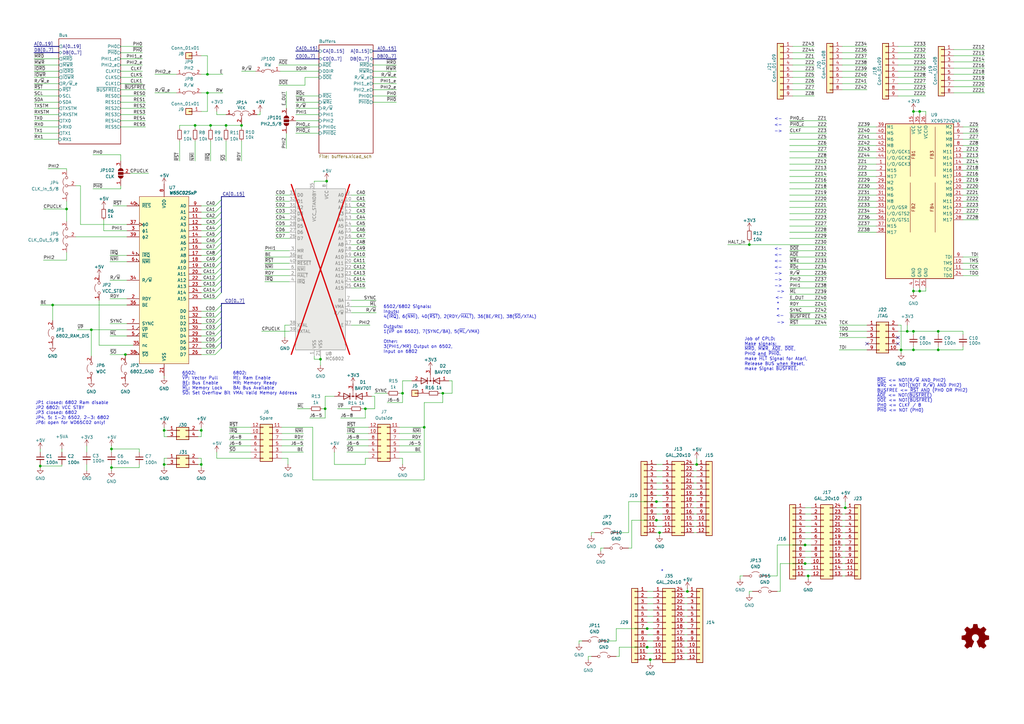
<source format=kicad_sch>
(kicad_sch (version 20231120) (generator "eeschema") (generator_version "8.0")
  (paper "A3")
  (title_block (title "Unicomp v3 - 6502/6800 CPU Board") (date "2024-10-01") (rev "v1.0") (company "100% Offner") (comment 1 "v1.0: Initial"))
  (junction (at 374.65 45.72))
  (junction (at 67.31 190.5))
  (junction (at 45.72 191.77))
  (junction (at 85.09 38.1))
  (junction (at 307.34 100.33))
  (junction (at 82.55 176.53))
  (junction (at 27.305 85.725))
  (junction (at 86.36 51.435))
  (junction (at 173.99 175.26))
  (junction (at 369.57 143.51))
  (junction (at 21.59 125.095))
  (junction (at 37.465 135.255))
  (junction (at 85.09 30.48))
  (junction (at 99.06 51.435))
  (junction (at 346.71 208.28))
  (junction (at 92.71 51.435))
  (junction (at 374.65 119.38))
  (junction (at 131.445 147.32))
  (junction (at 330.2 223.52))
  (junction (at 281.94 242.57))
  (junction (at 133.985 74.295))
  (junction (at 330.2 231.14))
  (junction (at 165.1 161.29))
  (junction (at 51.435 145.415))
  (junction (at 384.81 143.51))
  (junction (at 181.61 161.29))
  (junction (at 374.65 143.51))
  (junction (at 67.31 176.53))
  (junction (at 45.72 184.15))
  (junction (at 372.11 135.89))
  (junction (at 377.19 45.72))
  (junction (at 82.55 190.5))
  (junction (at 285.75 190.5))
  (junction (at 149.86 167.64))
  (junction (at 374.65 135.89))
  (junction (at 265.43 265.43))
  (junction (at 270.51 218.44))
  (junction (at 133.35 167.64))
  (junction (at 269.24 213.36))
  (junction (at 16.51 191.135))
  (junction (at 331.47 236.22))
  (junction (at 266.7 270.51))
  (junction (at 377.19 119.38))
  (junction (at 269.24 205.74))
  (junction (at 384.81 135.89))
  (junction (at 265.43 257.81))
  (junction (at 80.01 51.435))
  (no_connect (at 368.3 140.97))
  (no_connect (at 355.6 140.97))
  (no_connect (at 368.3 138.43))
  (bus_entry (at 90.805 109.855) (size -2.54 2.54))
  (bus_entry (at 90.805 107.315) (size -2.54 2.54))
  (bus_entry (at 90.805 99.695) (size -2.54 2.54))
  (bus_entry (at 90.805 137.795) (size -2.54 2.54))
  (bus_entry (at 90.805 142.875) (size -2.54 2.54))
  (bus_entry (at 90.805 92.075) (size -2.54 2.54))
  (bus_entry (at 90.805 125.095) (size -2.54 2.54))
  (bus_entry (at 90.805 112.395) (size -2.54 2.54))
  (bus_entry (at 90.805 84.455) (size -2.54 2.54))
  (bus_entry (at 90.805 97.155) (size -2.54 2.54))
  (bus_entry (at 90.805 94.615) (size -2.54 2.54))
  (bus_entry (at 90.805 132.715) (size -2.54 2.54))
  (bus_entry (at 90.805 102.235) (size -2.54 2.54))
  (bus_entry (at 90.805 127.635) (size -2.54 2.54))
  (bus_entry (at 90.805 140.335) (size -2.54 2.54))
  (bus_entry (at 90.805 130.175) (size -2.54 2.54))
  (bus_entry (at 90.805 104.775) (size -2.54 2.54))
  (bus_entry (at 90.805 81.915) (size -2.54 2.54))
  (bus_entry (at 90.805 117.475) (size -2.54 2.54))
  (bus_entry (at 90.805 135.255) (size -2.54 2.54))
  (bus_entry (at 90.805 89.535) (size -2.54 2.54))
  (bus_entry (at 90.805 120.015) (size -2.54 2.54))
  (bus_entry (at 90.805 86.995) (size -2.54 2.54))
  (bus_entry (at 90.805 114.935) (size -2.54 2.54))
  (wire (pts (xy 269.24 205.74) (xy 271.78 205.74)))
  (wire (pts (xy 281.94 270.51) (xy 280.67 270.51)))
  (wire (pts (xy 21.59 125.095) (xy 52.07 125.095)))
  (wire (pts (xy 88.9 187.96) (xy 102.87 187.96)))
  (wire (pts (xy 325.12 31.75) (xy 334.01 31.75)))
  (wire (pts (xy 144.145 107.95) (xy 149.86 107.95)))
  (wire (pts (xy 149.86 187.96) (xy 151.13 187.96)))
  (wire (pts (xy 265.43 257.81) (xy 267.97 257.81)))
  (wire (pts (xy 165.1 161.29) (xy 163.83 161.29)))
  (wire (pts (xy 82.55 97.155) (xy 88.265 97.155)))
  (wire (pts (xy 106.68 45.72) (xy 106.68 46.99)))
  (wire (pts (xy 351.79 52.07) (xy 359.41 52.07)))
  (wire (pts (xy 265.43 247.65) (xy 267.97 247.65)))
  (wire (pts (xy 323.85 52.07) (xy 339.09 52.07)))
  (wire (pts (xy 13.97 39.37) (xy 24.13 39.37)))
  (wire (pts (xy 118.745 133.35) (xy 116.84 133.35)))
  (wire (pts (xy 394.97 64.77) (xy 401.32 64.77)))
  (wire (pts (xy 259.08 224.79) (xy 259.08 213.36)))
  (wire (pts (xy 33.02 92.075) (xy 52.07 92.075)))
  (wire (pts (xy 254 265.43) (xy 265.43 265.43)))
  (wire (pts (xy 88.9 185.42) (xy 88.9 187.96)))
  (wire (pts (xy 144.145 87.63) (xy 149.86 87.63)))
  (wire (pts (xy 330.2 210.82) (xy 332.74 210.82)))
  (wire (pts (xy 323.85 115.57) (xy 339.09 115.57)))
  (wire (pts (xy 45.085 122.555) (xy 52.07 122.555)))
  (wire (pts (xy 13.97 31.75) (xy 24.13 31.75)))
  (wire (pts (xy 384.81 137.16) (xy 384.81 135.89)))
  (wire (pts (xy 82.55 176.53) (xy 82.55 179.07)))
  (wire (pts (xy 394.97 85.09) (xy 401.32 85.09)))
  (wire (pts (xy 323.85 110.49) (xy 339.09 110.49)))
  (wire (pts (xy 67.31 176.53) (xy 68.58 176.53)))
  (wire (pts (xy 242.57 219.71) (xy 242.57 218.44)))
  (wire (pts (xy 330.2 231.14) (xy 332.74 231.14)))
  (wire (pts (xy 394.97 72.39) (xy 401.32 72.39)))
  (wire (pts (xy 82.55 142.875) (xy 88.265 142.875)))
  (wire (pts (xy 53.34 71.12) (xy 60.96 71.12)))
  (wire (pts (xy 345.44 29.21) (xy 355.6 29.21)))
  (wire (pts (xy 163.83 175.26) (xy 173.99 175.26)))
  (wire (pts (xy 13.97 41.91) (xy 24.13 41.91)))
  (wire (pts (xy 323.85 72.39) (xy 339.09 72.39)))
  (wire (pts (xy 330.2 218.44) (xy 332.74 218.44)))
  (wire (pts (xy 394.97 80.01) (xy 401.32 80.01)))
  (wire (pts (xy 369.57 133.35) (xy 369.57 143.51)))
  (wire (pts (xy 92.71 51.435) (xy 99.06 51.435)))
  (wire (pts (xy 303.53 236.22) (xy 304.8 236.22)))
  (wire (pts (xy 180.34 161.29) (xy 181.61 161.29)))
  (wire (pts (xy 127 171.45) (xy 133.35 171.45)))
  (wire (pts (xy 142.24 177.8) (xy 151.13 177.8)))
  (wire (pts (xy 142.24 185.42) (xy 151.13 185.42)))
  (wire (pts (xy 252.73 262.89) (xy 252.73 257.81)))
  (wire (pts (xy 323.85 82.55) (xy 339.09 82.55)))
  (wire (pts (xy 49.53 34.29) (xy 58.42 34.29)))
  (wire (pts (xy 82.55 137.795) (xy 88.265 137.795)))
  (wire (pts (xy 401.32 105.41) (xy 394.97 105.41)))
  (wire (pts (xy 82.55 109.855) (xy 88.265 109.855)))
  (wire (pts (xy 163.83 180.34) (xy 172.72 180.34)))
  (wire (pts (xy 45.085 107.315) (xy 52.07 107.315)))
  (wire (pts (xy 265.43 260.35) (xy 267.97 260.35)))
  (wire (pts (xy 27.305 85.725) (xy 27.305 82.55)))
  (wire (pts (xy 323.85 120.65) (xy 339.09 120.65)))
  (wire (pts (xy 73.66 57.785) (xy 73.66 66.04)))
  (wire (pts (xy 108.585 102.87) (xy 118.745 102.87)))
  (wire (pts (xy 346.71 208.28) (xy 345.44 208.28)))
  (wire (pts (xy 374.65 137.16) (xy 374.65 135.89)))
  (wire (pts (xy 252.73 257.81) (xy 265.43 257.81)))
  (wire (pts (xy 269.24 210.82) (xy 271.78 210.82)))
  (wire (pts (xy 133.985 74.295) (xy 128.905 74.295)))
  (bus (pts (xy 130.81 20.955) (xy 121.285 20.955)))
  (wire (pts (xy 181.61 161.29) (xy 185.42 161.29)))
  (bus (pts (xy 90.805 137.795) (xy 90.805 135.255)))
  (wire (pts (xy 185.42 161.29) (xy 185.42 156.21)))
  (wire (pts (xy 118.745 85.09) (xy 113.03 85.09)))
  (wire (pts (xy 121.285 52.07) (xy 130.81 52.07)))
  (wire (pts (xy 368.3 34.29) (xy 379.73 34.29)))
  (bus (pts (xy 90.805 140.335) (xy 90.805 137.795)))
  (wire (pts (xy 16.51 191.77) (xy 16.51 191.135)))
  (wire (pts (xy 108.585 113.03) (xy 118.745 113.03)))
  (wire (pts (xy 151.765 133.35) (xy 144.145 133.35)))
  (wire (pts (xy 133.35 171.45) (xy 133.35 167.64)))
  (bus (pts (xy 90.805 80.645) (xy 100.33 80.645)))
  (wire (pts (xy 82.55 127.635) (xy 88.265 127.635)))
  (wire (pts (xy 82.55 112.395) (xy 88.265 112.395)))
  (wire (pts (xy 269.24 208.28) (xy 271.78 208.28)))
  (wire (pts (xy 16.51 191.135) (xy 25.4 191.135)))
  (wire (pts (xy 51.435 145.415) (xy 51.435 146.05)))
  (wire (pts (xy 133.985 73.66) (xy 133.985 74.295)))
  (wire (pts (xy 298.45 100.33) (xy 307.34 100.33)))
  (wire (pts (xy 377.19 45.72) (xy 379.73 45.72)))
  (wire (pts (xy 307.34 242.57) (xy 308.61 242.57)))
  (wire (pts (xy 394.97 82.55) (xy 401.32 82.55)))
  (wire (pts (xy 144.145 90.17) (xy 149.86 90.17)))
  (wire (pts (xy 368.3 21.59) (xy 379.73 21.59)))
  (bus (pts (xy 90.805 104.775) (xy 90.805 102.235)))
  (wire (pts (xy 323.85 80.01) (xy 339.09 80.01)))
  (wire (pts (xy 257.81 205.74) (xy 269.24 205.74)))
  (wire (pts (xy 46.355 84.455) (xy 52.07 84.455)))
  (wire (pts (xy 345.44 19.05) (xy 355.6 19.05)))
  (wire (pts (xy 320.04 242.57) (xy 320.04 231.14)))
  (wire (pts (xy 163.83 187.96) (xy 165.1 187.96)))
  (wire (pts (xy 323.85 102.87) (xy 339.09 102.87)))
  (wire (pts (xy 82.55 179.07) (xy 81.28 179.07)))
  (wire (pts (xy 85.09 45.72) (xy 85.09 38.1)))
  (wire (pts (xy 325.12 24.13) (xy 334.01 24.13)))
  (wire (pts (xy 351.79 95.25) (xy 359.41 95.25)))
  (wire (pts (xy 270.51 218.44) (xy 271.78 218.44)))
  (wire (pts (xy 82.55 130.175) (xy 88.265 130.175)))
  (wire (pts (xy 149.86 171.45) (xy 149.86 167.64)))
  (wire (pts (xy 117.475 37.465) (xy 117.475 44.45)))
  (wire (pts (xy 248.92 262.89) (xy 252.73 262.89)))
  (wire (pts (xy 285.75 203.2) (xy 284.48 203.2)))
  (wire (pts (xy 153.035 36.83) (xy 162.56 36.83)))
  (wire (pts (xy 137.16 162.56) (xy 133.35 162.56)))
  (wire (pts (xy 67.31 190.5) (xy 67.31 191.77)))
  (wire (pts (xy 82.55 92.075) (xy 88.265 92.075)))
  (wire (pts (xy 115.57 180.34) (xy 124.46 180.34)))
  (bus (pts (xy 90.805 112.395) (xy 90.805 109.855)))
  (wire (pts (xy 49.53 46.99) (xy 59.69 46.99)))
  (wire (pts (xy 394.97 69.85) (xy 401.32 69.85)))
  (wire (pts (xy 346.71 205.74) (xy 346.71 208.28)))
  (wire (pts (xy 265.43 252.73) (xy 267.97 252.73)))
  (wire (pts (xy 121.92 167.64) (xy 127 167.64)))
  (bus (pts (xy 90.805 135.255) (xy 90.805 132.715)))
  (wire (pts (xy 323.85 85.09) (xy 339.09 85.09)))
  (wire (pts (xy 351.79 59.69) (xy 359.41 59.69)))
  (wire (pts (xy 281.94 255.27) (xy 280.67 255.27)))
  (wire (pts (xy 118.745 82.55) (xy 113.03 82.55)))
  (wire (pts (xy 144.145 80.01) (xy 149.86 80.01)))
  (wire (pts (xy 281.94 245.11) (xy 280.67 245.11)))
  (wire (pts (xy 82.55 89.535) (xy 88.265 89.535)))
  (wire (pts (xy 401.32 107.95) (xy 394.97 107.95)))
  (wire (pts (xy 13.97 46.99) (xy 24.13 46.99)))
  (wire (pts (xy 346.71 231.14) (xy 345.44 231.14)))
  (wire (pts (xy 118.745 87.63) (xy 113.03 87.63)))
  (wire (pts (xy 118.745 95.25) (xy 113.03 95.25)))
  (wire (pts (xy 144.145 97.79) (xy 149.86 97.79)))
  (wire (pts (xy 107.315 135.89) (xy 118.745 135.89)))
  (wire (pts (xy 323.85 105.41) (xy 339.09 105.41)))
  (wire (pts (xy 379.73 119.38) (xy 379.73 118.11)))
  (wire (pts (xy 269.24 213.36) (xy 271.78 213.36)))
  (wire (pts (xy 40.64 123.19) (xy 40.64 141.605)))
  (wire (pts (xy 144.145 95.25) (xy 149.86 95.25)))
  (wire (pts (xy 269.24 198.12) (xy 271.78 198.12)))
  (wire (pts (xy 252.73 269.24) (xy 254 269.24)))
  (wire (pts (xy 391.16 25.4) (xy 403.86 25.4)))
  (wire (pts (xy 13.97 54.61) (xy 24.13 54.61)))
  (wire (pts (xy 63.5 30.48) (xy 72.39 30.48)))
  (wire (pts (xy 368.3 29.21) (xy 379.73 29.21)))
  (wire (pts (xy 269.24 195.58) (xy 271.78 195.58)))
  (wire (pts (xy 384.81 135.89) (xy 394.97 135.89)))
  (wire (pts (xy 118.745 92.71) (xy 113.03 92.71)))
  (wire (pts (xy 269.24 215.9) (xy 271.78 215.9)))
  (wire (pts (xy 173.99 165.1) (xy 173.99 175.26)))
  (wire (pts (xy 265.43 262.89) (xy 267.97 262.89)))
  (wire (pts (xy 57.15 191.77) (xy 45.72 191.77)))
  (wire (pts (xy 128.905 147.32) (xy 128.905 146.05)))
  (wire (pts (xy 266.7 270.51) (xy 267.97 270.51)))
  (wire (pts (xy 45.085 104.775) (xy 52.07 104.775)))
  (wire (pts (xy 133.35 162.56) (xy 133.35 167.64)))
  (wire (pts (xy 82.55 132.715) (xy 88.265 132.715)))
  (wire (pts (xy 125.095 31.75) (xy 130.81 31.75)))
  (wire (pts (xy 281.94 257.81) (xy 280.67 257.81)))
  (wire (pts (xy 372.11 133.35) (xy 372.11 135.89)))
  (wire (pts (xy 144.145 82.55) (xy 149.86 82.55)))
  (wire (pts (xy 128.27 175.26) (xy 128.27 196.85)))
  (wire (pts (xy 165.1 156.21) (xy 165.1 161.29)))
  (wire (pts (xy 82.55 86.995) (xy 88.265 86.995)))
  (wire (pts (xy 285.75 210.82) (xy 284.48 210.82)))
  (wire (pts (xy 285.75 195.58) (xy 284.48 195.58)))
  (wire (pts (xy 351.79 54.61) (xy 359.41 54.61)))
  (wire (pts (xy 374.65 135.89) (xy 384.81 135.89)))
  (wire (pts (xy 153.035 26.67) (xy 162.56 26.67)))
  (wire (pts (xy 391.16 30.48) (xy 403.86 30.48)))
  (wire (pts (xy 351.79 82.55) (xy 359.41 82.55)))
  (wire (pts (xy 394.97 67.31) (xy 401.32 67.31)))
  (wire (pts (xy 93.98 185.42) (xy 102.87 185.42)))
  (wire (pts (xy 285.75 200.66) (xy 284.48 200.66)))
  (wire (pts (xy 281.94 250.19) (xy 280.67 250.19)))
  (bus (pts (xy 90.805 117.475) (xy 90.805 114.935)))
  (wire (pts (xy 49.53 26.67) (xy 58.42 26.67)))
  (wire (pts (xy 67.31 179.07) (xy 68.58 179.07)))
  (wire (pts (xy 82.55 104.775) (xy 88.265 104.775)))
  (wire (pts (xy 49.53 39.37) (xy 59.69 39.37)))
  (wire (pts (xy 153.035 29.21) (xy 162.56 29.21)))
  (wire (pts (xy 139.7 171.45) (xy 149.86 171.45)))
  (wire (pts (xy 51.435 145.415) (xy 52.07 145.415)))
  (wire (pts (xy 121.285 49.53) (xy 130.81 49.53)))
  (wire (pts (xy 257.81 224.79) (xy 259.08 224.79)))
  (wire (pts (xy 345.44 36.83) (xy 355.6 36.83)))
  (wire (pts (xy 82.55 187.96) (xy 82.55 190.5)))
  (bus (pts (xy 90.805 92.075) (xy 90.805 89.535)))
  (wire (pts (xy 82.55 94.615) (xy 88.265 94.615)))
  (wire (pts (xy 368.3 36.83) (xy 379.73 36.83)))
  (wire (pts (xy 144.145 110.49) (xy 149.86 110.49)))
  (wire (pts (xy 330.2 236.22) (xy 331.47 236.22)))
  (wire (pts (xy 265.43 255.27) (xy 267.97 255.27)))
  (wire (pts (xy 368.3 19.05) (xy 379.73 19.05)))
  (wire (pts (xy 121.285 46.99) (xy 130.81 46.99)))
  (wire (pts (xy 121.285 41.91) (xy 130.81 41.91)))
  (wire (pts (xy 115.57 175.26) (xy 128.27 175.26)))
  (wire (pts (xy 16.51 125.095) (xy 21.59 125.095)))
  (wire (pts (xy 153.67 167.64) (xy 153.67 162.56)))
  (wire (pts (xy 323.85 69.85) (xy 339.09 69.85)))
  (wire (pts (xy 265.43 267.97) (xy 267.97 267.97)))
  (wire (pts (xy 121.285 39.37) (xy 130.81 39.37)))
  (wire (pts (xy 345.44 34.29) (xy 355.6 34.29)))
  (wire (pts (xy 27.305 85.725) (xy 27.305 90.805)))
  (wire (pts (xy 153.035 39.37) (xy 162.56 39.37)))
  (bus (pts (xy 90.805 130.175) (xy 90.805 127.635)))
  (wire (pts (xy 144.145 85.09) (xy 149.86 85.09)))
  (wire (pts (xy 344.17 138.43) (xy 355.6 138.43)))
  (wire (pts (xy 42.545 94.615) (xy 52.07 94.615)))
  (wire (pts (xy 131.445 146.05) (xy 131.445 147.32)))
  (wire (pts (xy 346.71 215.9) (xy 345.44 215.9)))
  (wire (pts (xy 318.77 242.57) (xy 320.04 242.57)))
  (wire (pts (xy 82.55 145.415) (xy 88.265 145.415)))
  (wire (pts (xy 173.99 196.85) (xy 173.99 175.26)))
  (wire (pts (xy 67.31 190.5) (xy 68.58 190.5)))
  (wire (pts (xy 13.97 34.29) (xy 24.13 34.29)))
  (wire (pts (xy 85.09 22.86) (xy 85.09 30.48)))
  (wire (pts (xy 391.16 20.32) (xy 403.86 20.32)))
  (wire (pts (xy 368.3 31.75) (xy 379.73 31.75)))
  (wire (pts (xy 125.095 34.925) (xy 125.095 31.75)))
  (wire (pts (xy 281.94 262.89) (xy 280.67 262.89)))
  (wire (pts (xy 351.79 69.85) (xy 359.41 69.85)))
  (wire (pts (xy 118.745 97.79) (xy 113.03 97.79)))
  (wire (pts (xy 265.43 250.19) (xy 267.97 250.19)))
  (wire (pts (xy 281.94 242.57) (xy 280.67 242.57)))
  (wire (pts (xy 82.55 117.475) (xy 88.265 117.475)))
  (wire (pts (xy 374.65 119.38) (xy 377.19 119.38)))
  (wire (pts (xy 49.53 31.75) (xy 58.42 31.75)))
  (wire (pts (xy 265.43 270.51) (xy 266.7 270.51)))
  (wire (pts (xy 49.53 41.91) (xy 59.69 41.91)))
  (wire (pts (xy 346.71 213.36) (xy 345.44 213.36)))
  (wire (pts (xy 31.115 97.155) (xy 52.07 97.155)))
  (wire (pts (xy 82.55 45.72) (xy 85.09 45.72)))
  (wire (pts (xy 285.75 193.04) (xy 284.48 193.04)))
  (bus (pts (xy 24.13 19.05) (xy 13.97 19.05)))
  (wire (pts (xy 374.65 45.72) (xy 377.19 45.72)))
  (bus (pts (xy 90.805 102.235) (xy 90.805 99.695)))
  (wire (pts (xy 45.72 184.15) (xy 45.72 185.42)))
  (bus (pts (xy 90.805 94.615) (xy 90.805 92.075)))
  (wire (pts (xy 128.27 196.85) (xy 173.99 196.85)))
  (wire (pts (xy 144.145 92.71) (xy 149.86 92.71)))
  (wire (pts (xy 144.145 100.33) (xy 149.86 100.33)))
  (wire (pts (xy 108.585 110.49) (xy 118.745 110.49)))
  (wire (pts (xy 323.85 90.17) (xy 339.09 90.17)))
  (wire (pts (xy 49.53 66.04) (xy 49.53 63.5)))
  (bus (pts (xy 90.805 107.315) (xy 90.805 104.775)))
  (wire (pts (xy 314.96 236.22) (xy 318.77 236.22)))
  (wire (pts (xy 40.64 141.605) (xy 54.61 141.605)))
  (wire (pts (xy 325.12 26.67) (xy 334.01 26.67)))
  (wire (pts (xy 269.24 190.5) (xy 271.78 190.5)))
  (wire (pts (xy 330.2 233.68) (xy 332.74 233.68)))
  (wire (pts (xy 351.79 77.47) (xy 359.41 77.47)))
  (wire (pts (xy 344.17 143.51) (xy 355.6 143.51)))
  (bus (pts (xy 90.805 142.875) (xy 90.805 140.335)))
  (wire (pts (xy 37.465 135.255) (xy 37.465 146.05)))
  (wire (pts (xy 13.97 57.15) (xy 24.13 57.15)))
  (wire (pts (xy 163.83 185.42) (xy 172.72 185.42)))
  (wire (pts (xy 303.53 237.49) (xy 303.53 236.22)))
  (wire (pts (xy 323.85 74.93) (xy 339.09 74.93)))
  (wire (pts (xy 108.585 105.41) (xy 118.745 105.41)))
  (wire (pts (xy 391.16 27.94) (xy 403.86 27.94)))
  (wire (pts (xy 281.94 252.73) (xy 280.67 252.73)))
  (wire (pts (xy 82.55 114.935) (xy 88.265 114.935)))
  (wire (pts (xy 401.32 113.03) (xy 394.97 113.03)))
  (wire (pts (xy 307.34 100.33) (xy 339.09 100.33)))
  (wire (pts (xy 45.085 114.935) (xy 52.07 114.935)))
  (wire (pts (xy 31.75 135.255) (xy 37.465 135.255)))
  (wire (pts (xy 237.49 262.89) (xy 238.76 262.89)))
  (wire (pts (xy 345.44 24.13) (xy 355.6 24.13)))
  (wire (pts (xy 131.445 147.32) (xy 128.905 147.32)))
  (wire (pts (xy 394.97 87.63) (xy 401.32 87.63)))
  (wire (pts (xy 330.2 226.06) (xy 332.74 226.06)))
  (wire (pts (xy 82.55 22.86) (xy 85.09 22.86)))
  (wire (pts (xy 121.285 44.45) (xy 130.81 44.45)))
  (wire (pts (xy 38.1 63.5) (xy 49.53 63.5)))
  (wire (pts (xy 86.36 51.435) (xy 92.71 51.435)))
  (wire (pts (xy 325.12 36.83) (xy 334.01 36.83)))
  (wire (pts (xy 85.09 30.48) (xy 82.55 30.48)))
  (wire (pts (xy 269.24 218.44) (xy 270.51 218.44)))
  (wire (pts (xy 144.145 115.57) (xy 149.86 115.57)))
  (wire (pts (xy 82.55 122.555) (xy 88.265 122.555)))
  (wire (pts (xy 142.24 175.26) (xy 151.13 175.26)))
  (wire (pts (xy 49.53 24.13) (xy 58.42 24.13)))
  (wire (pts (xy 154.305 128.27) (xy 144.145 128.27)))
  (wire (pts (xy 346.71 228.6) (xy 345.44 228.6)))
  (bus (pts (xy 90.805 132.715) (xy 90.805 130.175)))
  (wire (pts (xy 45.085 132.715) (xy 52.07 132.715)))
  (wire (pts (xy 391.16 22.86) (xy 403.86 22.86)))
  (wire (pts (xy 92.71 51.435) (xy 92.71 52.705)))
  (wire (pts (xy 57.15 190.5) (xy 57.15 191.77)))
  (wire (pts (xy 323.85 133.35) (xy 339.09 133.35)))
  (wire (pts (xy 45.72 193.04) (xy 45.72 191.77)))
  (wire (pts (xy 137.16 190.5) (xy 149.86 190.5)))
  (wire (pts (xy 82.55 187.96) (xy 81.28 187.96)))
  (wire (pts (xy 153.035 34.29) (xy 162.56 34.29)))
  (wire (pts (xy 33.02 76.2) (xy 31.115 76.2)))
  (wire (pts (xy 368.3 135.89) (xy 372.11 135.89)))
  (wire (pts (xy 49.53 49.53) (xy 59.69 49.53)))
  (wire (pts (xy 153.035 41.91) (xy 162.56 41.91)))
  (wire (pts (xy 285.75 213.36) (xy 284.48 213.36)))
  (wire (pts (xy 115.57 185.42) (xy 124.46 185.42)))
  (wire (pts (xy 45.72 191.77) (xy 45.72 190.5)))
  (wire (pts (xy 45.085 145.415) (xy 51.435 145.415)))
  (wire (pts (xy 13.97 36.83) (xy 24.13 36.83)))
  (wire (pts (xy 13.97 52.07) (xy 24.13 52.07)))
  (wire (pts (xy 118.745 90.17) (xy 113.03 90.17)))
  (wire (pts (xy 323.85 128.27) (xy 339.09 128.27)))
  (wire (pts (xy 154.305 123.19) (xy 144.145 123.19)))
  (wire (pts (xy 67.31 154.94) (xy 67.31 154.305)))
  (wire (pts (xy 49.53 52.07) (xy 59.69 52.07)))
  (wire (pts (xy 281.94 260.35) (xy 280.67 260.35)))
  (wire (pts (xy 52.07 135.255) (xy 37.465 135.255)))
  (wire (pts (xy 82.55 140.335) (xy 88.265 140.335)))
  (wire (pts (xy 152.4 162.56) (xy 153.67 162.56)))
  (wire (pts (xy 285.75 208.28) (xy 284.48 208.28)))
  (wire (pts (xy 265.43 242.57) (xy 267.97 242.57)))
  (wire (pts (xy 368.3 24.13) (xy 379.73 24.13)))
  (wire (pts (xy 323.85 113.03) (xy 339.09 113.03)))
  (wire (pts (xy 57.15 184.15) (xy 57.15 185.42)))
  (bus (pts (xy 90.805 86.995) (xy 90.805 84.455)))
  (wire (pts (xy 374.65 143.51) (xy 384.81 143.51)))
  (wire (pts (xy 330.2 228.6) (xy 332.74 228.6)))
  (wire (pts (xy 374.65 143.51) (xy 369.57 143.51)))
  (wire (pts (xy 351.79 92.71) (xy 359.41 92.71)))
  (bus (pts (xy 90.805 124.46) (xy 100.33 124.46)))
  (wire (pts (xy 128.905 74.295) (xy 128.905 74.93)))
  (wire (pts (xy 27.305 106.68) (xy 27.305 103.505)))
  (wire (pts (xy 368.3 26.67) (xy 379.73 26.67)))
  (wire (pts (xy 25.4 190.5) (xy 25.4 191.135)))
  (wire (pts (xy 80.01 57.785) (xy 80.01 66.04)))
  (wire (pts (xy 345.44 21.59) (xy 355.6 21.59)))
  (wire (pts (xy 131.445 147.32) (xy 131.445 149.86)))
  (wire (pts (xy 116.84 133.35) (xy 116.84 138.43)))
  (wire (pts (xy 368.3 133.35) (xy 369.57 133.35)))
  (bus (pts (xy 90.805 125.095) (xy 90.805 124.46)))
  (wire (pts (xy 323.85 92.71) (xy 339.09 92.71)))
  (wire (pts (xy 49.53 36.83) (xy 59.69 36.83)))
  (wire (pts (xy 345.44 31.75) (xy 355.6 31.75)))
  (wire (pts (xy 346.71 226.06) (xy 345.44 226.06)))
  (wire (pts (xy 346.71 236.22) (xy 345.44 236.22)))
  (bus (pts (xy 90.805 109.855) (xy 90.805 107.315)))
  (wire (pts (xy 242.57 218.44) (xy 243.84 218.44)))
  (wire (pts (xy 106.68 46.99) (xy 105.41 46.99)))
  (wire (pts (xy 163.83 177.8) (xy 172.72 177.8)))
  (wire (pts (xy 394.97 57.15) (xy 401.32 57.15)))
  (wire (pts (xy 99.06 57.785) (xy 99.06 66.04)))
  (wire (pts (xy 285.75 187.96) (xy 285.75 190.5)))
  (wire (pts (xy 114.935 29.21) (xy 130.81 29.21)))
  (wire (pts (xy 281.94 267.97) (xy 280.67 267.97)))
  (wire (pts (xy 38.1 77.47) (xy 49.53 77.47)))
  (wire (pts (xy 351.79 74.93) (xy 359.41 74.93)))
  (wire (pts (xy 13.97 29.21) (xy 24.13 29.21)))
  (wire (pts (xy 154.305 125.73) (xy 144.145 125.73)))
  (bus (pts (xy 90.805 97.155) (xy 90.805 94.615)))
  (wire (pts (xy 85.09 38.1) (xy 82.55 38.1)))
  (wire (pts (xy 241.3 269.24) (xy 242.57 269.24)))
  (wire (pts (xy 345.44 26.67) (xy 355.6 26.67)))
  (bus (pts (xy 90.805 114.935) (xy 90.805 112.395)))
  (wire (pts (xy 114.3 26.67) (xy 130.81 26.67)))
  (wire (pts (xy 133.35 167.64) (xy 132.08 167.64)))
  (wire (pts (xy 82.55 107.315) (xy 88.265 107.315)))
  (wire (pts (xy 285.75 190.5) (xy 284.48 190.5)))
  (wire (pts (xy 374.65 142.24) (xy 374.65 143.51)))
  (wire (pts (xy 368.3 143.51) (xy 369.57 143.51)))
  (wire (pts (xy 142.24 180.34) (xy 151.13 180.34)))
  (wire (pts (xy 270.51 219.71) (xy 270.51 218.44)))
  (wire (pts (xy 259.08 213.36) (xy 269.24 213.36)))
  (wire (pts (xy 351.79 72.39) (xy 359.41 72.39)))
  (wire (pts (xy 35.56 190.5) (xy 35.56 193.04)))
  (wire (pts (xy 346.71 233.68) (xy 345.44 233.68)))
  (wire (pts (xy 92.71 46.99) (xy 88.9 46.99)))
  (wire (pts (xy 13.97 44.45) (xy 24.13 44.45)))
  (wire (pts (xy 368.3 39.37) (xy 379.73 39.37)))
  (wire (pts (xy 266.7 271.78) (xy 266.7 270.51)))
  (wire (pts (xy 85.09 30.48) (xy 91.44 30.48)))
  (wire (pts (xy 331.47 237.49) (xy 331.47 236.22)))
  (wire (pts (xy 117.475 54.61) (xy 117.475 60.96)))
  (bus (pts (xy 153.035 20.955) (xy 162.56 20.955)))
  (wire (pts (xy 49.53 19.05) (xy 58.42 19.05)))
  (wire (pts (xy 149.86 187.96) (xy 149.86 190.5)))
  (wire (pts (xy 33.02 92.075) (xy 33.02 76.2)))
  (bus (pts (xy 90.805 99.695) (xy 90.805 97.155)))
  (wire (pts (xy 144.145 102.87) (xy 149.86 102.87)))
  (wire (pts (xy 241.3 270.51) (xy 241.3 269.24)))
  (wire (pts (xy 121.285 54.61) (xy 130.81 54.61)))
  (wire (pts (xy 86.36 51.435) (xy 86.36 52.705)))
  (wire (pts (xy 391.16 35.56) (xy 403.86 35.56)))
  (wire (pts (xy 394.97 52.07) (xy 401.32 52.07)))
  (wire (pts (xy 285.75 215.9) (xy 284.48 215.9)))
  (wire (pts (xy 114.3 34.925) (xy 125.095 34.925)))
  (wire (pts (xy 115.57 182.88) (xy 124.46 182.88)))
  (wire (pts (xy 49.53 21.59) (xy 58.42 21.59)))
  (wire (pts (xy 13.97 24.13) (xy 24.13 24.13)))
  (wire (pts (xy 346.71 223.52) (xy 345.44 223.52)))
  (wire (pts (xy 13.97 26.67) (xy 24.13 26.67)))
  (wire (pts (xy 330.2 223.52) (xy 332.74 223.52)))
  (wire (pts (xy 45.085 137.795) (xy 52.07 137.795)))
  (wire (pts (xy 323.85 118.11) (xy 339.09 118.11)))
  (wire (pts (xy 323.85 123.19) (xy 339.09 123.19)))
  (wire (pts (xy 374.65 118.11) (xy 374.65 119.38)))
  (bus (pts (xy 130.81 24.13) (xy 121.285 24.13)))
  (wire (pts (xy 82.55 190.5) (xy 82.55 191.77)))
  (wire (pts (xy 73.66 52.705) (xy 73.66 51.435)))
  (wire (pts (xy 344.17 133.35) (xy 355.6 133.35)))
  (wire (pts (xy 63.5 38.1) (xy 72.39 38.1)))
  (wire (pts (xy 173.99 165.1) (xy 181.61 165.1)))
  (wire (pts (xy 330.2 208.28) (xy 332.74 208.28)))
  (wire (pts (xy 165.1 187.96) (xy 165.1 190.5)))
  (wire (pts (xy 153.67 161.29) (xy 158.75 161.29)))
  (wire (pts (xy 351.79 57.15) (xy 359.41 57.15)))
  (wire (pts (xy 377.19 119.38) (xy 379.73 119.38)))
  (wire (pts (xy 82.55 84.455) (xy 88.265 84.455)))
  (wire (pts (xy 49.53 44.45) (xy 59.69 44.45)))
  (wire (pts (xy 149.86 167.64) (xy 153.67 167.64)))
  (wire (pts (xy 108.585 107.95) (xy 118.745 107.95)))
  (wire (pts (xy 93.98 180.34) (xy 102.87 180.34)))
  (wire (pts (xy 82.55 175.26) (xy 82.55 176.53)))
  (wire (pts (xy 344.17 135.89) (xy 355.6 135.89)))
  (wire (pts (xy 391.16 38.1) (xy 403.86 38.1)))
  (wire (pts (xy 394.97 74.93) (xy 401.32 74.93)))
  (wire (pts (xy 257.81 218.44) (xy 257.81 205.74)))
  (wire (pts (xy 165.1 165.1) (xy 165.1 161.29)))
  (wire (pts (xy 49.53 76.2) (xy 49.53 77.47)))
  (wire (pts (xy 351.79 67.31) (xy 359.41 67.31)))
  (wire (pts (xy 394.97 62.23) (xy 401.32 62.23)))
  (wire (pts (xy 281.94 265.43) (xy 280.67 265.43)))
  (wire (pts (xy 92.71 57.785) (xy 92.71 66.04)))
  (wire (pts (xy 377.19 119.38) (xy 377.19 118.11)))
  (wire (pts (xy 27.305 69.215) (xy 27.305 69.85)))
  (wire (pts (xy 82.55 102.235) (xy 88.265 102.235)))
  (wire (pts (xy 369.57 143.51) (xy 369.57 144.78)))
  (wire (pts (xy 281.94 247.65) (xy 280.67 247.65)))
  (wire (pts (xy 285.75 218.44) (xy 284.48 218.44)))
  (wire (pts (xy 118.745 80.01) (xy 113.03 80.01)))
  (wire (pts (xy 42.545 90.17) (xy 42.545 94.615)))
  (wire (pts (xy 307.34 99.06) (xy 307.34 100.33)))
  (wire (pts (xy 323.85 107.95) (xy 339.09 107.95)))
  (wire (pts (xy 346.71 218.44) (xy 345.44 218.44)))
  (wire (pts (xy 374.65 119.38) (xy 374.65 120.015)))
  (wire (pts (xy 323.85 97.79) (xy 339.09 97.79)))
  (wire (pts (xy 323.85 125.73) (xy 339.09 125.73)))
  (wire (pts (xy 82.55 99.695) (xy 88.265 99.695)))
  (bus (pts (xy 90.805 120.015) (xy 90.805 117.475)))
  (wire (pts (xy 394.97 77.47) (xy 401.32 77.47)))
  (wire (pts (xy 153.035 31.75) (xy 162.56 31.75)))
  (wire (pts (xy 323.85 67.31) (xy 339.09 67.31)))
  (wire (pts (xy 351.79 80.01) (xy 359.41 80.01)))
  (wire (pts (xy 137.16 185.42) (xy 137.16 190.5)))
  (wire (pts (xy 163.83 182.88) (xy 172.72 182.88)))
  (wire (pts (xy 237.49 264.16) (xy 237.49 262.89)))
  (wire (pts (xy 115.57 177.8) (xy 124.46 177.8)))
  (wire (pts (xy 21.59 131.445) (xy 21.59 125.095)))
  (wire (pts (xy 323.85 95.25) (xy 339.09 95.25)))
  (wire (pts (xy 246.38 224.79) (xy 247.65 224.79)))
  (wire (pts (xy 379.73 45.72) (xy 379.73 46.99)))
  (bus (pts (xy 90.805 81.915) (xy 90.805 80.645)))
  (wire (pts (xy 394.97 142.24) (xy 394.97 143.51)))
  (wire (pts (xy 346.71 210.82) (xy 345.44 210.82)))
  (wire (pts (xy 49.53 29.21) (xy 58.42 29.21)))
  (wire (pts (xy 138.43 167.64) (xy 143.51 167.64)))
  (wire (pts (xy 374.65 135.89) (xy 372.11 135.89)))
  (wire (pts (xy 16.51 184.15) (xy 16.51 185.42)))
  (wire (pts (xy 391.16 33.02) (xy 403.86 33.02)))
  (wire (pts (xy 93.98 175.26) (xy 102.87 175.26)))
  (wire (pts (xy 330.2 220.98) (xy 332.74 220.98)))
  (wire (pts (xy 82.55 135.255) (xy 88.265 135.255)))
  (wire (pts (xy 323.85 59.69) (xy 339.09 59.69)))
  (wire (pts (xy 323.85 130.81) (xy 339.09 130.81)))
  (wire (pts (xy 401.32 110.49) (xy 394.97 110.49)))
  (wire (pts (xy 45.72 184.15) (xy 57.15 184.15)))
  (wire (pts (xy 351.79 90.17) (xy 359.41 90.17)))
  (wire (pts (xy 323.85 57.15) (xy 339.09 57.15)))
  (bus (pts (xy 153.035 24.13) (xy 162.56 24.13)))
  (wire (pts (xy 80.01 51.435) (xy 80.01 52.705)))
  (wire (pts (xy 82.55 190.5) (xy 81.28 190.5)))
  (wire (pts (xy 99.06 51.435) (xy 99.06 52.705)))
  (wire (pts (xy 35.56 182.88) (xy 35.56 185.42)))
  (wire (pts (xy 323.85 87.63) (xy 339.09 87.63)))
  (wire (pts (xy 13.97 49.53) (xy 24.13 49.53)))
  (wire (pts (xy 144.145 105.41) (xy 149.86 105.41)))
  (wire (pts (xy 254 218.44) (xy 257.81 218.44)))
  (wire (pts (xy 325.12 19.05) (xy 334.01 19.05)))
  (bus (pts (xy 24.13 21.59) (xy 13.97 21.59)))
  (wire (pts (xy 67.31 175.26) (xy 67.31 176.53)))
  (wire (pts (xy 246.38 226.06) (xy 246.38 224.79)))
  (wire (pts (xy 323.85 77.47) (xy 339.09 77.47)))
  (wire (pts (xy 377.19 45.72) (xy 377.19 46.99)))
  (bus (pts (xy 90.805 127.635) (xy 90.805 125.095)))
  (wire (pts (xy 323.85 64.77) (xy 339.09 64.77)))
  (wire (pts (xy 323.85 54.61) (xy 339.09 54.61)))
  (wire (pts (xy 73.66 51.435) (xy 80.01 51.435)))
  (wire (pts (xy 17.78 85.725) (xy 27.305 85.725)))
  (wire (pts (xy 99.06 50.8) (xy 99.06 51.435)))
  (wire (pts (xy 320.04 231.14) (xy 330.2 231.14)))
  (bus (pts (xy 90.805 89.535) (xy 90.805 86.995)))
  (wire (pts (xy 351.79 64.77) (xy 359.41 64.77)))
  (wire (pts (xy 17.78 106.68) (xy 27.305 106.68)))
  (wire (pts (xy 318.77 223.52) (xy 330.2 223.52)))
  (wire (pts (xy 331.47 236.22) (xy 332.74 236.22)))
  (wire (pts (xy 307.34 243.84) (xy 307.34 242.57)))
  (wire (pts (xy 318.77 236.22) (xy 318.77 223.52)))
  (wire (pts (xy 184.15 156.21) (xy 185.42 156.21)))
  (wire (pts (xy 323.85 49.53) (xy 339.09 49.53)))
  (wire (pts (xy 118.11 187.96) (xy 118.11 190.5)))
  (wire (pts (xy 16.51 191.135) (xy 16.51 190.5)))
  (wire (pts (xy 351.79 62.23) (xy 359.41 62.23)))
  (wire (pts (xy 285.75 205.74) (xy 284.48 205.74)))
  (wire (pts (xy 325.12 34.29) (xy 334.01 34.29)))
  (wire (pts (xy 67.31 187.96) (xy 68.58 187.96)))
  (wire (pts (xy 281.94 241.3) (xy 281.94 242.57)))
  (wire (pts (xy 254 269.24) (xy 254 265.43)))
  (wire (pts (xy 384.81 142.24) (xy 384.81 143.51)))
  (wire (pts (xy 325.12 29.21) (xy 334.01 29.21)))
  (wire (pts (xy 86.36 57.785) (xy 86.36 66.04)))
  (wire (pts (xy 168.91 156.21) (xy 165.1 156.21)))
  (wire (pts (xy 82.55 176.53) (xy 81.28 176.53)))
  (wire (pts (xy 93.98 177.8) (xy 102.87 177.8)))
  (wire (pts (xy 323.85 62.23) (xy 339.09 62.23)))
  (wire (pts (xy 374.65 45.72) (xy 374.65 46.99)))
  (wire (pts (xy 351.79 87.63) (xy 359.41 87.63)))
  (wire (pts (xy 108.585 115.57) (xy 118.745 115.57)))
  (wire (pts (xy 394.97 54.61) (xy 401.32 54.61)))
  (wire (pts (xy 45.72 182.88) (xy 45.72 184.15)))
  (wire (pts (xy 330.2 213.36) (xy 332.74 213.36)))
  (wire (pts (xy 144.145 118.11) (xy 149.86 118.11)))
  (wire (pts (xy 330.2 215.9) (xy 332.74 215.9)))
  (wire (pts (xy 181.61 165.1) (xy 181.61 161.29)))
  (wire (pts (xy 269.24 193.04) (xy 271.78 193.04)))
  (wire (pts (xy 269.24 203.2) (xy 271.78 203.2)))
  (wire (pts (xy 158.75 165.1) (xy 165.1 165.1)))
  (wire (pts (xy 67.31 187.96) (xy 67.31 190.5)))
  (wire (pts (xy 25.4 184.15) (xy 25.4 185.42)))
  (wire (pts (xy 19.685 69.215) (xy 27.305 69.215)))
  (wire (pts (xy 82.55 120.015) (xy 88.265 120.015)))
  (wire (pts (xy 142.24 182.88) (xy 151.13 182.88)))
  (wire (pts (xy 67.31 176.53) (xy 67.31 179.07)))
  (wire (pts (xy 265.43 245.11) (xy 267.97 245.11)))
  (wire (pts (xy 85.09 38.1) (xy 91.44 38.1)))
  (wire (pts (xy 351.79 85.09) (xy 359.41 85.09)))
  (wire (pts (xy 269.24 200.66) (xy 271.78 200.66)))
  (wire (pts (xy 384.81 143.51) (xy 394.97 143.51)))
  (wire (pts (xy 88.9 45.72) (xy 88.9 46.99)))
  (wire (pts (xy 144.145 113.03) (xy 149.86 113.03)))
  (wire (pts (xy 115.57 187.96) (xy 118.11 187.96)))
  (wire (pts (xy 93.98 182.88) (xy 102.87 182.88)))
  (wire (pts (xy 394.97 59.69) (xy 401.32 59.69)))
  (wire (pts (xy 325.12 39.37) (xy 334.01 39.37)))
  (wire (pts (xy 133.985 74.295) (xy 133.985 74.93)))
  (wire (pts (xy 80.01 51.435) (xy 86.36 51.435)))
  (wire (pts (xy 325.12 21.59) (xy 334.01 21.59)))
  (wire (pts (xy 394.97 90.17) (xy 401.32 90.17)))
  (bus (pts (xy 90.805 84.455) (xy 90.805 81.915)))
  (wire (pts (xy 104.775 29.21) (xy 99.06 29.21)))
  (wire (pts (xy 346.71 220.98) (xy 345.44 220.98)))
  (wire (pts (xy 394.97 137.16) (xy 394.97 135.89)))
  (wire (pts (xy 285.75 198.12) (xy 284.48 198.12)))
  (wire (pts (xy 374.65 45.085) (xy 374.65 45.72)))
  (wire (pts (xy 265.43 265.43) (xy 267.97 265.43)))
  (wire (pts (xy 148.59 167.64) (xy 149.86 167.64)))
  (text "6502/6802 Signals:\nInputs:\n4(~{IRQ}), 6(~{NMI}), 40(~{RST}), 2(RDY/~{HALT}), 36(BE/RE), 38(~{SO}/XTAL)\n\nOutputs:\n1(~{VP} on 6502), 7(SYNC/BA), 5(~{ML}/VMA)\n\nOther: \n3(PHI1/MR) Output on 6502, \nInput on 6802" (at 157.226 135.128 0) (effects (font (size 1.27 1.27)) (justify left)))
  (text "JP1 closed: 6802 Ram disable\nJP2 6802: VCC STBY\nJP3 closed: 6802\nJP4, 5: 1-2: 6502, 2-3: 6802\nJP6: open for WD65C02 only!\n" (at 14.478 174.244 0) (effects (font (size 1.27 1.27)) (justify left bottom)))
  (text "->" (at 317.5 113.03 0) (effects (font (size 1.27 1.27)) (justify left bottom)))
  (text "<-" (at 317.5 107.95 0) (effects (font (size 1.27 1.27)) (justify left bottom)))
  (text "<-" (at 317.5 49.53 0) (effects (font (size 1.27 1.27)) (justify left bottom)))
  (text "->" (at 317.5 54.61 0) (effects (font (size 1.27 1.27)) (justify left bottom)))
  (text "<-" (at 317.5 102.87 0) (effects (font (size 1.27 1.27)) (justify left bottom)))
  (text "->" (at 317.5 118.11 0) (effects (font (size 1.27 1.27)) (justify left bottom)))
  (text "->" (at 318.516 120.396 0) (effects (font (size 1.27 1.27)) (justify left bottom)))
  (text "*" (at 271.018 235.204 0) (effects (font (size 1.27 1.27)) (justify left bottom)))
  (text "*" (at 318.516 125.476 0) (effects (font (size 1.27 1.27)) (justify left bottom)))
  (text "6502:\n~{VP}: Vector Pull\nBE: Bus Enable\n~{ML}: Memory Lock\n~{SO}: Set Overflow Bit" (at 74.676 162.052 0) (effects (font (size 1.27 1.27)) (justify left bottom)))
  (text "<-" (at 317.5 52.07 0) (effects (font (size 1.27 1.27)) (justify left bottom)))
  (text "<-" (at 317.881 122.936 0) (effects (font (size 1.27 1.27)) (justify left bottom)))
  (text "<-" (at 317.5 110.49 0) (effects (font (size 1.27 1.27)) (justify left bottom)))
  (text "->" (at 318.516 133.096 0) (effects (font (size 1.27 1.27)) (justify left bottom)))
  (text "Job of CPLD:\nMake signals:\n~{MRD}, ~{MWR}, ~{AOE}, ~{DOE},\nPHI0 and ~{PHI0}.\nmake ~{HLT} Signal for Atari,\nRelease BUS when Reset,\nmake Signal ~{BUSFREE}." (at 305.308 152.146 0) (effects (font (size 1.27 1.27)) (justify left bottom)))
  (text "*" (at 318.516 128.016 0) (effects (font (size 1.27 1.27)) (justify left bottom)))
  (text "~{RDc} <= NOT(R/~{W} AND PHI2)\n~{WRc} <= NOT((NOT R/~{W}) AND PHI2)\nBUSFREE <= ~{RST} AND (PH0 OR PHI2)\n~{AOE} <= NOT(~{BUSFREE})\n~{DOE} <= NOT(~{BUSFREE})\nPH0 <= CLKF / 8\n~{PH0} <= NOT (PH0) " (at 359.664 169.164 0) (effects (font (size 1.27 1.27)) (justify left bottom)))
  (text "6802:\nRE: Ram Enable\nMR: Memory Ready\nBA: Bus Available\nVMA: Valid Memory Address" (at 95.504 162.052 0) (effects (font (size 1.27 1.27)) (justify left bottom)))
  (text "<-" (at 318.262 130.302 0) (effects (font (size 1.27 1.27)) (justify left bottom)))
  (text "<-" (at 317.5 105.41 0) (effects (font (size 1.27 1.27)) (justify left bottom)))
  (text "->" (at 317.5 115.57 0) (effects (font (size 1.27 1.27)) (justify left bottom)))
  (label "CA10" (at 88.265 109.855 180))
  (label "~{VP}" (at 31.75 135.255 0))
  (label "~{IRQ}" (at 86.36 66.04 90))
  (label "~{IOWR}" (at 13.97 31.75 0))
  (label "CPUCLK" (at 60.96 71.12 180))
  (label "ZZ5" (at 334.01 31.75 180))
  (label "DB[0..7]" (at 162.56 24.13 180))
  (label "ZZ34" (at 339.09 110.49 180))
  (label "SDA" (at 13.97 41.91 0))
  (label "J6-8" (at 142.24 180.34 0))
  (label "ZZ43" (at 351.79 62.23 0))
  (label "ZZ3" (at 334.01 29.21 180))
  (label "RDY" (at 323.85 125.73 0))
  (label "RES3" (at 59.69 46.99 180))
  (label "ZZ42" (at 351.79 59.69 0))
  (label "~{NMI}" (at 108.585 110.49 0))
  (label "CA7" (at 88.265 102.235 180))
  (label "ZZ13" (at 401.32 64.77 180))
  (label "PHI1" (at 121.285 46.99 0))
  (label "ZZ28" (at 401.32 90.17 180))
  (label "ZZ41" (at 339.09 125.73 180))
  (label "ZZ21" (at 339.09 85.09 180))
  (label "CA14" (at 149.86 115.57 180))
  (label "CA3" (at 88.265 92.075 180))
  (label "ZZ36" (at 351.79 90.17 0))
  (label "ZZ33" (at 339.09 107.95 180))
  (label "~{NMI}" (at 172.72 177.8 180))
  (label "E_OUT" (at 323.85 123.19 0))
  (label "ZZ27" (at 339.09 92.71 180))
  (label "CA2" (at 88.265 89.535 180))
  (label "ZZ6" (at 334.01 34.29 180))
  (label "ZZ18" (at 403.86 30.48 180))
  (label "RDY" (at 172.72 180.34 180))
  (label "ZZ22" (at 339.09 87.63 180))
  (label "PHI2_e" (at 58.42 26.67 180))
  (label "ZZ31" (at 351.79 80.01 0))
  (label "J6-6" (at 142.24 182.88 0))
  (label "ZZ44" (at 334.01 21.59 180))
  (label "ZZ31" (at 379.73 24.13 180))
  (label "SYNC" (at 323.85 128.27 0))
  (label "TX0" (at 13.97 49.53 0))
  (label "CD4" (at 113.03 90.17 0))
  (label "~{MRD}" (at 162.56 26.67 180))
  (label "ZZ16" (at 403.86 27.94 180))
  (label "~{ML}" (at 45.085 137.795 0))
  (label "ZZ44" (at 339.09 133.35 180))
  (label "ZZ41" (at 351.79 57.15 0))
  (label "ZZ38" (at 351.79 95.25 0))
  (label "ZZ18" (at 401.32 69.85 180))
  (label "ZZ27" (at 401.32 87.63 180))
  (label "PH0" (at 162.56 39.37 180))
  (label "RDY" (at 124.46 180.34 180))
  (label "CA14" (at 88.265 120.015 180))
  (label "ZZ31" (at 339.09 102.87 180))
  (label "ZZ20" (at 339.09 82.55 180))
  (label "PH0" (at 58.42 19.05 180))
  (label "ZZ39" (at 351.79 52.07 0))
  (label "CA0" (at 88.265 84.455 180))
  (label "~{ML}" (at 154.305 125.73 180))
  (label "~{SO}" (at 142.24 185.42 0))
  (label "TXSTM" (at 13.97 44.45 0))
  (label "ZZ3" (at 339.09 54.61 180))
  (label "HALT_in" (at 298.45 100.33 0))
  (label "~{ML}" (at 121.92 167.64 0))
  (label "ZZ19" (at 401.32 74.93 180))
  (label "CLKS" (at 58.42 31.75 180))
  (label "ZZ12" (at 403.86 20.32 180))
  (label "~{RST}" (at 93.98 175.26 0))
  (label "ZZ14" (at 339.09 72.39 180))
  (label "~{RD}c" (at 323.85 110.49 0))
  (label "ZZ2" (at 339.09 52.07 180))
  (label "~{NMI}" (at 80.01 66.04 90))
  (label "~{BUSFREE}" (at 323.85 130.81 0))
  (label "ZZ16" (at 401.32 72.39 180))
  (label "R{slash}~{W}" (at 154.305 128.27 180))
  (label "CD6" (at 88.265 142.875 180))
  (label "J6-8" (at 93.98 180.34 0))
  (label "ZZ39" (at 339.09 120.65 180))
  (label "TX1" (at 13.97 54.61 0))
  (label "RX1" (at 13.97 57.15 0))
  (label "CD0" (at 113.03 80.01 0))
  (label "CPUCLK" (at 107.315 135.89 0))
  (label "TMS" (at 344.17 138.43 0))
  (label "CA3" (at 149.86 87.63 180))
  (label "ZZ37" (at 339.09 115.57 180))
  (label "~{NMI}" (at 45.085 107.315 0))
  (label "J6-5" (at 124.46 182.88 180))
  (label "~{WR}c" (at 121.285 41.91 0))
  (label "ZZ28" (at 379.73 31.75 180))
  (label "ZZ14" (at 403.86 25.4 180))
  (label "~{RST}" (at 46.355 84.455 0))
  (label "J6-6" (at 93.98 182.88 0))
  (label "CA[0..15]" (at 121.285 20.955 0))
  (label "TMS" (at 401.32 107.95 180))
  (label "PHI1_e" (at 162.56 34.29 180))
  (label "CA12" (at 149.86 110.49 180))
  (label "ZZ38" (at 355.6 26.67 180))
  (label "~{RST}" (at 13.97 36.83 0))
  (label "ZZ37" (at 351.79 92.71 0))
  (label "R{slash}~{W}_e" (at 13.97 34.29 0))
  (label "~{PH0}" (at 58.42 21.59 180))
  (label "CA9" (at 88.265 107.315 180))
  (label "TDO" (at 401.32 113.03 180))
  (label "CLKF" (at 58.42 29.21 180))
  (label "DDIR" (at 121.285 29.21 0))
  (label "ZZ7" (at 334.01 36.83 180))
  (label "A[0..15]" (at 162.56 20.955 180))
  (label "CA1" (at 149.86 82.55 180))
  (label "ZZ41" (at 355.6 34.29 180))
  (label "ZZ20" (at 401.32 77.47 180))
  (label "ZZ44" (at 351.79 64.77 0))
  (label "PH0_c" (at 121.285 52.07 0))
  (label "ZZ43" (at 339.09 130.81 180))
  (label "ZZ40" (at 355.6 31.75 180))
  (label "ZZ19" (at 339.09 80.01 180))
  (label "~{RST}" (at 108.585 107.95 0))
  (label "CD0" (at 88.265 127.635 180))
  (label "ZZ32" (at 339.09 105.41 180))
  (label "~{RST}" (at 73.66 66.04 90))
  (label "CA10" (at 149.86 105.41 180))
  (label "~{IORD}" (at 13.97 29.21 0))
  (label "~{RST}" (at 142.24 175.26 0))
  (label "CLKF" (at 323.85 54.61 0))
  (label "~{AOE}" (at 323.85 105.41 0))
  (label "PHI1" (at 108.585 102.87 0))
  (label "RW" (at 91.44 38.1 180))
  (label "CA1" (at 88.265 86.995 180))
  (label "CA9" (at 149.86 102.87 180))
  (label "PHI1" (at 45.72 94.615 0))
  (label "ZZ14" (at 401.32 67.31 180))
  (label "ZZ29" (at 379.73 29.21 180))
  (label "ZZ21" (at 401.32 80.01 180))
  (label "~{PH0_c}" (at 121.285 54.61 0))
  (label "~{SO}" (at 45.085 145.415 0))
  (label "~{PH0_c}" (at 323.85 52.07 0))
  (label "J6-8" (at 139.7 171.45 0))
  (label "J6-5" (at 127 171.45 0))
  (label "BE" (at 108.585 105.41 0))
  (label "CD2" (at 88.265 132.715 180))
  (label "ZZ30" (at 339.09 100.33 180))
  (label "ZZ8" (at 401.32 59.69 180))
  (label "ZZ42" (at 355.6 36.83 180))
  (label "CA13" (at 88.265 117.475 180))
  (label "TCK" (at 344.17 133.35 0))
  (label "PHI2" (at 323.85 115.57 0))
  (label "ZZ13" (at 403.86 22.86 180))
  (label "SYNC" (at 45.085 132.715 0))
  (label "CA11" (at 149.86 107.95 180))
  (label "CD1" (at 113.03 82.55 0))
  (label "CA4" (at 88.265 94.615 180))
  (label "ZZ36" (at 339.09 113.03 180))
  (label "R{slash}~{W}_e" (at 63.5 38.1 0))
  (label "~{ML}" (at 323.85 120.65 0))
  (label "CD7" (at 88.265 145.415 180))
  (label "ZZ7" (at 339.09 62.23 180))
  (label "CA13" (at 149.86 113.03 180))
  (label "~{IRQ}" (at 142.24 177.8 0))
  (label "SCL" (at 13.97 39.37 0))
  (label "E_OUT" (at 117.475 37.465 270))
  (label "RES0" (at 59.69 39.37 180))
  (label "~{SO}" (at 93.98 185.42 0))
  (label "R{slash}~{W}" (at 45.085 114.935 0))
  (label "CLK1" (at 58.42 34.29 180))
  (label "CD6" (at 113.03 95.25 0))
  (label "ZZ40" (at 339.09 123.19 180))
  (label "ZZ40" (at 351.79 54.61 0))
  (label "PHI2_e" (at 63.5 30.48 0))
  (label "CD5" (at 113.03 92.71 0))
  (label "ZZ30" (at 379.73 26.67 180))
  (label "~{RST}" (at 323.85 133.35 0))
  (label "CA15" (at 149.86 118.11 180))
  (label "ZZ33" (at 379.73 19.05 180))
  (label "PHI2" (at 151.765 133.35 180))
  (label "CD[0..7]" (at 121.285 24.13 0))
  (label "CD4" (at 88.265 137.795 180))
  (label "ZZ8" (at 339.09 64.77 180))
  (label "DB[0..7]" (at 13.97 21.59 0))
  (label "PHI2" (at 19.685 69.215 0))
  (label "SYNC" (at 154.305 123.19 180))
  (label "ZZ23" (at 339.09 90.17 180))
  (label "ZZ37" (at 355.6 24.13 180))
  (label "~{MWR}" (at 13.97 26.67 0))
  (label "ZZ3" (at 351.79 72.39 0))
  (label "CA11" (at 88.265 112.395 180))
  (label "CD2" (at 113.03 85.09 0))
  (label "RXSTM" (at 13.97 46.99 0))
  (label "CPUCLK" (at 17.78 85.725 0))
  (label "R{slash}~{W}" (at 121.285 44.45 0))
  (label "RDY" (at 108.585 113.03 0))
  (label "RDY" (at 45.085 122.555 0))
  (label "ZZ34" (at 351.79 87.63 0))
  (label "~{IRQ}" (at 108.585 115.57 0))
  (label "ZZ29" (at 339.09 97.79 180))
  (label "ZZ5" (at 339.09 57.15 180))
  (label "ZZ1" (at 334.01 24.13 180))
  (label "ZZ36" (at 355.6 21.59 180))
  (label "~{RD}c" (at 121.285 39.37 0))
  (label "CD5" (at 88.265 140.335 180))
  (label "J6-6" (at 158.75 165.1 0))
  (label "TDI" (at 401.32 105.41 180))
  (label "ZZ30" (at 351.79 77.47 0))
  (label "TCK" (at 401.32 110.49 180))
  (label "BE" (at 172.72 185.42 180))
  (label "PHI1" (at 323.85 118.11 0))
  (label "PH0_c" (at 323.85 49.53 0))
  (label "ZZ19" (at 403.86 33.02 180))
  (label "ZZ6" (at 339.09 59.69 180))
  (label "R{slash}~{W}_e" (at 162.56 31.75 180))
  (label "ZZ33" (at 351.79 85.09 0))
  (label "~{DOE}" (at 114.3 34.925 0))
  (label "ZZ13" (at 339.09 69.85 180))
  (label "ZZ21" (at 403.86 38.1 180))
  (label "TDO" (at 344.17 135.89 0))
  (label "ZZ7" (at 401.32 57.15 180))
  (label "ZZ39" (at 355.6 29.21 180))
  (label "CD1" (at 88.265 130.175 180))
  (label "CA5" (at 88.265 97.155 180))
  (label "ZZ29" (at 351.79 74.93 0))
  (label "ZZ2" (at 334.01 26.67 180))
  (label "~{PH0}" (at 162.56 41.91 180))
  (label "ZZ43" (at 334.01 19.05 180))
  (label "CA[0..15]" (at 100.33 80.645 180))
  (label "CD7" (at 113.03 97.79 0))
  (label "ZZ5" (at 401.32 52.07 180))
  (label "~{IRQ}" (at 93.98 177.8 0))
  (label "ZZ18" (at 339.09 77.47 180))
  (label "R{slash}~{W}" (at 99.06 29.21 0))
  (label "PH0" (at 38.1 63.5 0))
  (label "CA15" (at 88.265 122.555 180))
  (label "ZZ6" (at 401.32 54.61 180))
  (label "ZZ32" (at 379.73 21.59 180))
  (label "BE" (at 124.46 185.42 180))
  (label "CA6" (at 149.86 95.25 180))
  (label "CA5" (at 149.86 92.71 180))
  (label "ZZ12" (at 401.32 62.23 180))
  (label "ZZ22" (at 401.32 82.55 180))
  (label "~{BUSFREE}" (at 59.69 36.83 180))
  (label "ZZ42" (at 339.09 128.27 180))
  (label "E" (at 91.44 30.48 180))
  (label "ZZ38" (at 339.09 118.11 180))
  (label "CA7" (at 149.86 97.79 180))
  (label "~{PH0}" (at 38.1 77.47 0))
  (label "ZZ1" (at 351.79 67.31 0))
  (label "~{NMI}" (at 124.46 177.8 180))
  (label "~{AOE}" (at 114.3 26.67 0))
  (label "A[0..19]" (at 13.97 19.05 0))
  (label "ZZ20" (at 403.86 35.56 180))
  (label "~{VP}" (at 138.43 167.64 0))
  (label "~{IRQ}" (at 45.085 104.775 0))
  (label "CA6" (at 88.265 99.695 180))
  (label "CD3" (at 88.265 135.255 180))
  (label "~{WR}c" (at 323.85 107.95 0))
  (label "~{MRD}" (at 13.97 24.13 0))
  (label "CA8" (at 88.265 104.775 180))
  (label "ZZ23" (at 401.32 85.09 180))
  (label "ZZ23" (at 379.73 36.83 180))
  (label "SYNC" (at 153.67 161.29 0))
  (label "~{MWR}" (at 162.56 29.21 180))
  (label "PHI2_e" (at 162.56 36.83 180))
  (label "CA4" (at 149.86 90.17 180))
  (label "BE" (at 16.51 125.095 0))
  (label "R{slash}~{W}" (at 323.85 113.03 0))
  (label "ZZ27" (at 379.73 34.29 180))
  (label "CA2" (at 149.86 85.09 180))
  (label "RES5" (at 59.69 52.07 180))
  (label "ZZ28" (at 339.09 95.25 180))
  (label "~{DOE}" (at 323.85 102.87 0))
  (label "ZZ1" (at 339.09 49.53 180))
  (label "RX0" (at 13.97 52.07 0))
  (label "RES4" (at 59.69 49.53 180))
  (label "RES1" (at 59.69 41.91 180))
  (label "ZZ34" (at 355.6 19.05 180))
  (label "ZZ2" (at 351.79 69.85 0))
  (label "~{SO}" (at 92.71 66.04 90))
  (label "CA12" (at 88.265 114.935 180))
  (label "RDY" (at 99.06 66.04 90))
  (label "TDI" (at 344.17 143.51 0))
  (label "PHI2" (at 17.78 106.68 0))
  (label "ZZ32" (at 351.79 82.55 0))
  (label "PHI2" (at 117.475 60.96 90))
  (label "ZZ16" (at 339.09 74.93 180))
  (label "CD[0..7]" (at 100.33 124.46 180))
  (label "CA8" (at 149.86 100.33 180))
  (label "ZZ22" (at 379.73 39.37 180))
  (label "RES2" (at 59.69 44.45 180))
  (label "CD3" (at 113.03 87.63 0))
  (label "ZZ12" (at 339.09 67.31 180))
  (label "PHI1_e" (at 58.42 24.13 180))
  (label "CA0" (at 149.86 80.01 180))
  (label "J6-5" (at 172.72 182.88 180))
  (label "ZZ8" (at 334.01 39.37 180))
  (symbol (lib_id "power:+5V") (at 40.64 113.03 0) (unit 1)
    (property "Reference" "#PWR028" (effects (hide yes)))
    (property "Value" "+5V" (at 40.64 109.4542 0))
  )
  (symbol (lib_id "Device:R_Small") (at 161.29 161.29 90) (unit 1)
    (property "Reference" "R15" (at 161.29 156.21 90))
    (property "Value" "1k" (at 161.29 158.75 90))
    (property "Footprint" "Resistor_SMD:R_1206_3216Metric_Pad1.30x1.75mm_HandSolder" (effects (hide yes)))
  )
  (symbol (lib_id "power:GND") (at 242.57 219.71 0) (mirror y) (unit 1)
    (property "Reference" "#PWR043" (effects (hide yes)))
    (property "Value" "GND" (at 242.57 224.1534 0))
  )
  (symbol (lib_id "Connector_Generic:Conn_01x12") (at 325.12 220.98 0) (mirror y) (unit 1)
    (property "Reference" "J16" (at 322.58 220.9799 0) (effects (justify left)))
    (property "Value" "Conn_01x12" (effects (hide yes)))
    (property "Footprint" "Connector_PinSocket_2.54mm:PinSocket_1x12_P2.54mm_Vertical" (effects (hide yes)))
    (property "Description" "Generic connector, single row, 01x12, script generated (kicad-library-utils/schlib/autogen/connector/)" (effects (hide yes)))
  )
  (symbol (lib_id "Jumper:Jumper_2_Bridged") (at 77.47 38.1 0) (unit 1)
    (property "Reference" "JP8" (at 77.47 32.385 0))
    (property "Value" "R/W" (at 77.47 34.925 0))
    (property "Footprint" "Jumper:SolderJumper-2_P1.3mm_Bridged_RoundedPad1.0x1.5mm" (effects (hide yes)))
  )
  (symbol (lib_id "power:GND") (at 67.31 154.94 0) (mirror y) (unit 1)
    (property "Reference" "#PWR032" (effects (hide yes)))
    (property "Value" "GND" (at 67.31 159.3834 0))
  )
  (symbol (lib_id "power:+3V3") (at 372.11 133.35 0) (unit 1)
    (property "Reference" "#PWR052" (effects (hide yes)))
    (property "Value" "+3V3" (at 372.11 129.7742 0))
    (property "Description" "Power symbol creates a global label with name \"+3V3\"" (effects (hide yes)))
  )
  (symbol (lib_id "power:+5V") (at 346.71 205.74 0) (unit 1)
    (property "Reference" "#PWR058" (effects (hide yes)))
    (property "Value" "+5V" (at 346.71 202.1642 0))
  )
  (symbol (lib_id "power:+5V") (at 133.985 73.66 0) (unit 1)
    (property "Reference" "#PWR047" (effects (hide yes)))
    (property "Value" "+5V" (at 133.985 70.0842 0))
  )
  (symbol (lib_name "Jumper_2_Open_1") (lib_id "Jumper:Jumper_2_Open") (at 252.73 224.79 0) (unit 1) (exclude_from_sim yes)
    (property "Reference" "JP10" (at 252.73 218.44 0))
    (property "Value" "GND" (at 252.73 220.98 0))
    (property "Footprint" "Jumper:SolderJumper-2_P1.3mm_Open_RoundedPad1.0x1.5mm" (effects (hide yes)))
    (property "Description" "Jumper, 2-pole, open" (effects (hide yes)))
  )
  (symbol (lib_id "Device:R_Small") (at 73.66 55.245 0) (unit 1)
    (property "Reference" "R7" (at 75.1586 54.4103 0) (effects (justify left)))
    (property "Value" "10k" (at 75.1586 56.9472 0) (effects (justify left)))
    (property "Footprint" "Resistor_SMD:R_1206_3216Metric_Pad1.30x1.75mm_HandSolder" (effects (hide yes)))
  )
  (symbol (lib_id "Connector_Generic:Conn_01x01") (at 77.47 22.86 0) (mirror y) (unit 1)
    (property "Reference" "J8" (at 75.438 22.0253 0) (effects (justify left)))
    (property "Value" "Conn_01x01" (at 81.915 19.685 0) (effects (justify left)))
    (property "Footprint" "Connector_PinHeader_2.00mm:PinHeader_1x01_P2.00mm_Vertical" (effects (hide yes)))
  )
  (symbol (lib_id "Connector_Generic:Conn_01x12") (at 287.02 255.27 0) (unit 1)
    (property "Reference" "J14" (at 289.56 255.2699 0) (effects (justify left)))
    (property "Value" "Conn_01x12" (effects (hide yes)))
    (property "Footprint" "Connector_PinSocket_2.54mm:PinSocket_1x12_P2.54mm_Vertical" (effects (hide yes)))
    (property "Description" "Generic connector, single row, 01x12, script generated (kicad-library-utils/schlib/autogen/connector/)" (effects (hide yes)))
  )
  (symbol (lib_id "power:+3V3") (at 35.56 182.88 0) (unit 1)
    (property "Reference" "#PWR08" (effects (hide yes)))
    (property "Value" "+3V3" (at 35.56 179.3042 0))
    (property "Description" "Power symbol creates a global label with name \"+3V3\"" (effects (hide yes)))
  )
  (symbol (lib_id "Device:C_Small") (at 25.4 187.96 0) (unit 1)
    (property "Reference" "C2" (at 27.7241 187.1316 0) (effects (justify left)))
    (property "Value" "100n" (at 27.7241 189.6685 0) (effects (justify left)))
    (property "Footprint" "Capacitor_SMD:C_1206_3216Metric" (effects (hide yes)))
    (property "Description" "Unpolarized capacitor, small symbol" (effects (hide yes)))
  )
  (symbol (lib_id "power:GND") (at 82.55 191.77 0) (unit 1)
    (property "Reference" "#PWR039" (effects (hide yes)))
    (property "Value" "GND" (at 82.55 196.2134 0))
  )
  (symbol (lib_id "Connector_Generic:Conn_01x12") (at 290.83 203.2 0) (unit 1)
    (property "Reference" "J15" (at 289.052 186.69 0) (effects (justify left)))
    (property "Value" "Conn_01x12" (effects (hide yes)))
    (property "Footprint" "Connector_PinSocket_2.54mm:PinSocket_1x12_P2.54mm_Vertical" (effects (hide yes)))
    (property "Description" "Generic connector, single row, 01x12, script generated (kicad-library-utils/schlib/autogen/connector/)" (effects (hide yes)))
  )
  (symbol (lib_id "Connector_Generic:Conn_01x12") (at 260.35 255.27 0) (mirror y) (unit 1)
    (property "Reference" "J29" (at 257.81 255.2699 0) (effects (justify left)))
    (property "Value" "Conn_01x12" (effects (hide yes)))
    (property "Footprint" "Connector_PinSocket_2.54mm:PinSocket_1x12_P2.54mm_Vertical" (effects (hide yes)))
    (property "Description" "Generic connector, single row, 01x12, script generated (kicad-library-utils/schlib/autogen/connector/)" (effects (hide yes)))
  )
  (symbol (lib_id "power:GND") (at 21.59 141.605 0) (mirror y) (unit 1)
    (property "Reference" "#PWR026" (effects (hide yes)))
    (property "Value" "GND" (at 21.59 146.0484 0))
  )
  (symbol (lib_name "Jumper_2_Open_1") (lib_id "Jumper:Jumper_2_Open") (at 247.65 269.24 0) (unit 1) (exclude_from_sim yes)
    (property "Reference" "JP12" (at 247.65 262.89 0))
    (property "Value" "GND" (at 247.65 265.43 0))
    (property "Footprint" "Jumper:SolderJumper-2_P1.3mm_Open_RoundedPad1.0x1.5mm" (effects (hide yes)))
    (property "Description" "Jumper, 2-pole, open" (effects (hide yes)))
  )
  (symbol (lib_id "Device:R_Small") (at 177.8 161.29 90) (unit 1)
    (property "Reference" "R16" (at 176.276 159.004 90))
    (property "Value" "1k" (at 180.086 159.004 90))
    (property "Footprint" "Resistor_SMD:R_1206_3216Metric_Pad1.30x1.75mm_HandSolder" (effects (hide yes)))
  )
  (symbol (lib_id "power:GND") (at 369.57 144.78 0) (unit 1)
    (property "Reference" "#PWR051" (effects (hide yes)))
    (property "Value" "GND" (at 369.57 149.2234 0))
    (property "Description" "Power symbol creates a global label with name \"GND\" , ground" (effects (hide yes)))
  )
  (symbol (lib_id "power:GND") (at 67.31 191.77 0) (unit 1)
    (property "Reference" "#PWR040" (effects (hide yes)))
    (property "Value" "GND" (at 67.31 196.2134 0))
  )
  (symbol (lib_id "Device:R_Small") (at 146.05 167.64 90) (unit 1)
    (property "Reference" "R14" (at 144.526 165.354 90))
    (property "Value" "1k" (at 148.336 165.354 90))
    (property "Footprint" "Resistor_SMD:R_1206_3216Metric_Pad1.30x1.75mm_HandSolder" (effects (hide yes)))
  )
  (symbol (lib_id "power:GND") (at 165.1 190.5 0) (unit 1)
    (property "Reference" "#PWR017" (effects (hide yes)))
    (property "Value" "GND" (at 165.1 194.9434 0))
  )
  (symbol (lib_id "power:GND") (at 266.7 271.78 0) (unit 1)
    (property "Reference" "#PWR042" (effects (hide yes)))
    (property "Value" "GND" (at 266.7 276.2234 0))
  )
  (symbol (lib_id "power:+5V") (at 67.31 175.26 0) (unit 1)
    (property "Reference" "#PWR037" (effects (hide yes)))
    (property "Value" "+5V" (at 67.31 171.6842 0))
  )
  (symbol (lib_id "Connector_Generic:Conn_02x05_Odd_Even") (at 360.68 138.43 0) (unit 1)
    (property "Reference" "J22" (at 361.95 127 0))
    (property "Value" "JTAG" (at 361.95 129.54 0))
    (property "Footprint" "Connector_PinHeader_2.54mm:PinHeader_2x05_P2.54mm_Horizontal" (effects (hide yes)))
    (property "Description" "Generic connector, double row, 02x05, odd/even pin numbering scheme (row 1 odd numbers, row 2 even numbers), script generated (kicad-library-utils/schlib/autogen/connector/)" (effects (hide yes)))
  )
  (symbol (lib_id "Jumper:SolderJumper_3_Open") (at 117.475 49.53 90) (unit 1)
    (property "Reference" "JP101" (at 115.57 48.2599 90) (effects (justify left)))
    (property "Value" "PH2_5/8" (at 115.57 50.7999 90) (effects (justify left)))
    (property "Footprint" "Jumper:SolderJumper-3_P1.3mm_Open_RoundedPad1.0x1.5mm_NumberLabels" (effects (hide yes)))
  )
  (symbol (lib_id "power:GND") (at 118.11 190.5 0) (unit 1)
    (property "Reference" "#PWR015" (effects (hide yes)))
    (property "Value" "GND" (at 118.11 194.9434 0))
  )
  (symbol (lib_id "Jumper:SolderJumper_3_Open") (at 49.53 71.12 90) (unit 1)
    (property "Reference" "JP102" (at 46.99 69.8499 90) (effects (justify left)))
    (property "Value" "CLK" (at 46.99 72.3899 90) (effects (justify left)))
    (property "Footprint" "Jumper:SolderJumper-3_P1.3mm_Open_RoundedPad1.0x1.5mm_NumberLabels" (effects (hide yes)))
  )
  (symbol (lib_id "power:GND") (at 303.53 237.49 0) (mirror y) (unit 1)
    (property "Reference" "#PWR055" (effects (hide yes)))
    (property "Value" "GND" (at 303.53 241.9334 0))
  )
  (symbol (lib_id "65xx:W65C02SxP") (at 67.31 114.935 0) (unit 1)
    (property "Reference" "U7" (at 69.2659 76.954 0) (effects (justify left)))
    (property "Value" "W65C02SxP" (at 69.2659 79.121 0) (effects (font (bold yes) (italic yes)) (justify left)))
    (property "Footprint" "Package_DIP:DIP-40_W15.24mm_Socket_LongPads" (effects (hide yes)))
    (property "Datasheet" "http://www.westerndesigncenter.com/wdc/documentation/w65c02s.pdf" (effects (hide yes)))
  )
  (symbol (lib_id "Device:R_Small") (at 80.01 55.245 0) (unit 1)
    (property "Reference" "R8" (at 81.5086 54.4103 0) (effects (justify left)))
    (property "Value" "10k" (at 81.5086 56.9472 0) (effects (justify left)))
    (property "Footprint" "Resistor_SMD:R_1206_3216Metric_Pad1.30x1.75mm_HandSolder" (effects (hide yes)))
  )
  (symbol (lib_id "Connector_Generic:Conn_01x09") (at 320.04 29.21 0) (mirror y) (unit 1)
    (property "Reference" "J21" (at 315.595 27.305 90))
    (property "Value" "Conn_01x09" (at 317.5 27.94 90))
    (property "Footprint" "Connector_PinHeader_2.54mm:PinHeader_1x09_P2.54mm_Vertical" (effects (hide yes)))
  )
  (symbol (lib_id "Diode:BAV70T") (at 176.53 156.21 180) (unit 1)
    (property "Reference" "D2" (at 181.61 150.114 0))
    (property "Value" "BAV70T" (at 181.61 152.654 0))
    (property "Footprint" "Package_TO_SOT_SMD:SOT-23_Handsoldering" (effects (hide yes)))
    (property "Datasheet" "https://assets.nexperia.com/documents/data-sheet/BAV70_SER.pdf" (effects (hide yes)))
    (property "Description" "Dual 100V 150mA high-speed switching diodes, common cathode, SOT-416" (effects (hide yes)))
  )
  (symbol (lib_id "Device:C_Small") (at 45.72 187.96 0) (unit 1)
    (property "Reference" "C6" (at 48.0441 187.1316 0) (effects (justify left)))
    (property "Value" "100n" (at 48.0441 189.6685 0) (effects (justify left)))
    (property "Footprint" "Capacitor_SMD:C_1206_3216Metric" (effects (hide yes)))
  )
  (symbol (lib_id "power:GND") (at 241.3 270.51 0) (mirror y) (unit 1)
    (property "Reference" "#PWR054" (effects (hide yes)))
    (property "Value" "GND" (at 241.3 274.9534 0))
  )
  (symbol (lib_id "Jumper:Jumper_2_Bridged") (at 77.47 30.48 0) (unit 1)
    (property "Reference" "JP9" (at 77.47 25.4 0))
    (property "Value" "PH2" (at 77.47 27.94 0))
    (property "Footprint" "Jumper:SolderJumper-2_P1.3mm_Bridged_RoundedPad1.0x1.5mm" (effects (hide yes)))
  )
  (symbol (lib_id "Jumper:Jumper_2_Open") (at 40.64 118.11 90) (unit 1)
    (property "Reference" "JP2" (at 41.91 116.8399 90) (effects (justify right)))
    (property "Value" "VCC_STBY" (at 41.91 119.3799 90) (effects (justify right)))
    (property "Footprint" "Jumper:SolderJumper-2_P1.3mm_Open_RoundedPad1.0x1.5mm" (effects (hide yes)))
  )
  (symbol (lib_id "power:+5V") (at 285.75 187.96 0) (unit 1)
    (property "Reference" "#PWR036" (effects (hide yes)))
    (property "Value" "+5V" (at 285.75 184.3842 0))
  )
  (symbol (lib_id "power:GND") (at 45.72 193.04 0) (unit 1)
    (property "Reference" "#PWR013" (effects (hide yes)))
    (property "Value" "GND" (at 45.72 197.4834 0))
  )
  (symbol (lib_id "power:GND") (at 374.65 120.015 0) (unit 1)
    (property "Reference" "#PWR050" (effects (hide yes)))
    (property "Value" "GND" (at 374.65 124.4584 0))
  )
  (symbol (lib_id "power:+5V") (at 82.55 175.26 0) (mirror y) (unit 1)
    (property "Reference" "#PWR038" (effects (hide yes)))
    (property "Value" "+5V" (at 82.55 171.6842 0))
  )
  (symbol (lib_id "power:+3V3") (at 307.34 93.98 0) (unit 1)
    (property "Reference" "#PWR048" (effects (hide yes)))
    (property "Value" "+3V3" (at 307.34 90.4042 0))
  )
  (symbol (lib_id "power:GND") (at 16.51 191.77 0) (unit 1)
    (property "Reference" "#PWR03" (effects (hide yes)))
    (property "Value" "GND" (at 16.51 196.2134 0))
    (property "Description" "Power symbol creates a global label with name \"GND\" , ground" (effects (hide yes)))
  )
  (symbol (lib_id "Connector_Generic:Conn_02x12_Counter_Clockwise") (at 273.05 255.27 0) (unit 1)
    (property "Reference" "J35" (at 274.32 236.22 0))
    (property "Value" "GAL_20x10" (at 274.32 238.76 0))
    (property "Footprint" "Package_DIP:DIP-24_W7.62mm" (effects (hide yes)))
    (property "Description" "Generic connector, double row, 02x12, counter clockwise pin numbering scheme (similar to DIP package numbering), script generated (kicad-library-utils/schlib/autogen/connector/)" (effects (hide yes)))
  )
  (symbol (lib_id "power:+5V") (at 88.9 185.42 0) (unit 1)
    (property "Reference" "#PWR014" (effects (hide yes)))
    (property "Value" "+5V" (at 88.9 181.8442 0))
  )
  (symbol (lib_id "Device:C_Small") (at 384.81 139.7 0) (unit 1)
    (property "Reference" "C9" (at 387.1341 138.6823 0) (effects (justify left)))
    (property "Value" "100n" (at 387.1341 140.7303 0) (effects (justify left)))
    (property "Footprint" "Capacitor_SMD:C_1206_3216Metric" (effects (hide yes)))
    (property "Description" "Unpolarized capacitor, small symbol" (effects (hide yes)))
  )
  (symbol (lib_id "Device:R_Small") (at 92.71 55.245 0) (unit 1)
    (property "Reference" "R11" (at 94.2086 54.4103 0) (effects (justify left)))
    (property "Value" "10k" (at 94.2086 56.9472 0) (effects (justify left)))
    (property "Footprint" "Resistor_SMD:R_1206_3216Metric_Pad1.30x1.75mm_HandSolder" (effects (hide yes)))
  )
  (symbol (lib_id "Connector_Generic:Conn_01x12") (at 351.79 220.98 0) (unit 1)
    (property "Reference" "J23" (at 350.012 204.47 0) (effects (justify left)))
    (property "Value" "Conn_01x12" (effects (hide yes)))
    (property "Footprint" "Connector_PinSocket_2.54mm:PinSocket_1x12_P2.54mm_Vertical" (effects (hide yes)))
    (property "Description" "Generic connector, single row, 01x12, script generated (kicad-library-utils/schlib/autogen/connector/)" (effects (hide yes)))
  )
  (symbol (lib_id "power:GND") (at 51.435 156.21 0) (mirror y) (unit 1)
    (property "Reference" "#PWR030" (effects (hide yes)))
    (property "Value" "GND" (at 51.435 160.6534 0))
  )
  (symbol (lib_id "Device:C_Small") (at 394.97 139.7 0) (unit 1)
    (property "Reference" "C10" (at 397.2941 138.6823 0) (effects (justify left)))
    (property "Value" "100n" (at 397.2941 140.7303 0) (effects (justify left)))
    (property "Footprint" "Capacitor_SMD:C_1206_3216Metric" (effects (hide yes)))
    (property "Description" "Unpolarized capacitor, small symbol" (effects (hide yes)))
  )
  (symbol (lib_id "Connector_Generic:Conn_01x08") (at 386.08 27.94 0) (mirror y) (unit 1)
    (property "Reference" "J19" (at 381.635 30.48 90) (effects (justify left)))
    (property "Value" "Conn_01x08" (at 383.54 34.925 90) (effects (justify left)))
    (property "Footprint" "Connector_PinHeader_2.54mm:PinHeader_1x08_P2.54mm_Vertical" (effects (hide yes)))
  )
  (symbol (lib_id "power:GND") (at 35.56 193.04 0) (unit 1)
    (property "Reference" "#PWR09" (effects (hide yes)))
    (property "Value" "GND" (at 35.56 196.215 0))
    (property "Description" "Power symbol creates a global label with name \"GND\" , ground" (effects (hide yes)))
  )
  (symbol (lib_id "CPU_NXP_6800:MC6802") (at 131.445 110.49 0) (unit 1) (in_bom no) (on_board no) (dnp yes)
    (property "Reference" "U8" (at 133.4009 145.042 0) (effects (justify left)))
    (property "Value" "MC6802" (at 133.4009 147.09 0) (effects (justify left)))
    (property "Footprint" "Package_DIP:DIP-40_W15.24mm" (effects (hide yes)))
    (property "Datasheet" "https://www.jameco.com/Jameco/Products/ProdDS/43502.pdf" (effects (hide yes)))
  )
  (symbol (lib_id "Connector_Generic:Conn_01x01") (at 170.18 161.29 0) (mirror y) (unit 1)
    (property "Reference" "J5" (at 170.18 158.242 0))
    (property "Value" "Conn_01x01" (effects (hide yes)))
    (property "Footprint" "Connector_PinSocket_1.27mm:PinSocket_1x01_P1.27mm_Vertical" (effects (hide yes)))
    (property "Description" "Generic connector, single row, 01x01, script generated (kicad-library-utils/schlib/autogen/connector/)" (effects (hide yes)))
  )
  (symbol (lib_id "Connector_Generic:Conn_02x02_Odd_Even") (at 73.66 187.96 0) (unit 1)
    (property "Reference" "J31" (at 75.184 185.42 0))
    (property "Value" "Conn_02x02_Odd_Even" (effects (hide yes)))
    (property "Footprint" "Connector_PinSocket_2.54mm:PinSocket_2x02_P2.54mm_Vertical" (effects (hide yes)))
    (property "Description" "Generic connector, double row, 02x02, odd/even pin numbering scheme (row 1 odd numbers, row 2 even numbers), script generated (kicad-library-utils/schlib/autogen/connector/)" (effects (hide yes)))
  )
  (symbol (lib_id "Connector_Generic:Conn_01x12") (at 264.16 203.2 0) (mirror y) (unit 1)
    (property "Reference" "J10" (at 261.62 203.1999 0) (effects (justify left)))
    (property "Value" "Conn_01x12" (effects (hide yes)))
    (property "Footprint" "Connector_PinSocket_2.54mm:PinSocket_1x12_P2.54mm_Vertical" (effects (hide yes)))
    (property "Description" "Generic connector, single row, 01x12, script generated (kicad-library-utils/schlib/autogen/connector/)" (effects (hide yes)))
  )
  (symbol (lib_name "Jumper_2_Open_1") (lib_id "Jumper:Jumper_2_Open") (at 248.92 218.44 0) (unit 1) (exclude_from_sim yes)
    (property "Reference" "JP7" (at 248.92 212.09 0))
    (property "Value" "GND" (at 248.92 214.63 0))
    (property "Footprint" "Jumper:SolderJumper-2_P1.3mm_Open_RoundedPad1.0x1.5mm" (effects (hide yes)))
    (property "Description" "Jumper, 2-pole, open" (effects (hide yes)))
  )
  (symbol (lib_id "Jumper:Jumper_3_Open") (at 27.305 97.155 90) (unit 1)
    (property "Reference" "JP5" (at 24.13 95.8849 90) (effects (justify left)))
    (property "Value" "CLK_Out_5/8" (at 24.13 98.4249 90) (effects (justify left)))
    (property "Footprint" "Jumper:SolderJumper-3_P1.3mm_Open_Pad1.0x1.5mm_NumberLabels" (effects (hide yes)))
  )
  (symbol (lib_id "power:GND") (at 237.49 264.16 0) (mirror y) (unit 1)
    (property "Reference" "#PWR053" (effects (hide yes)))
    (property "Value" "GND" (at 237.49 268.6034 0))
  )
  (symbol (lib_id "Device:R_Small") (at 307.34 96.52 0) (unit 1)
    (property "Reference" "R12" (at 308.8386 95.6853 0) (effects (justify left)))
    (property "Value" "10k" (at 308.8386 98.2222 0) (effects (justify left)))
    (property "Footprint" "Resistor_SMD:R_1206_3216Metric_Pad1.30x1.75mm_HandSolder" (effects (hide yes)))
  )
  (symbol (lib_id "Device:R_Small") (at 129.54 167.64 90) (unit 1)
    (property "Reference" "R13" (at 129.54 162.56 90))
    (property "Value" "1k" (at 129.54 165.1 90))
    (property "Footprint" "Resistor_SMD:R_1206_3216Metric_Pad1.30x1.75mm_HandSolder" (effects (hide yes)))
  )
  (symbol (lib_id "power:GND") (at 331.47 237.49 0) (unit 1)
    (property "Reference" "#PWR057" (effects (hide yes)))
    (property "Value" "GND" (at 331.47 241.9334 0))
  )
  (symbol (lib_id "power:GND") (at 116.84 138.43 0) (mirror y) (unit 1)
    (property "Reference" "#PWR044" (effects (hide yes)))
    (property "Value" "GND" (at 116.84 142.8734 0))
  )
  (symbol (lib_id "Connector_Generic:Conn_02x12_Counter_Clockwise") (at 276.86 203.2 0) (unit 1)
    (property "Reference" "J13" (at 278.13 184.15 0))
    (property "Value" "GAL_20x10" (at 278.13 186.69 0))
    (property "Footprint" "Package_DIP:DIP-24_W7.62mm" (effects (hide yes)))
    (property "Description" "Generic connector, double row, 02x12, counter clockwise pin numbering scheme (similar to DIP package numbering), script generated (kicad-library-utils/schlib/autogen/connector/)" (effects (hide yes)))
  )
  (symbol (lib_id "Jumper:Jumper_2_Open") (at 37.465 151.13 90) (unit 1)
    (property "Reference" "JP6" (at 39.37 149.8599 90) (effects (justify right)))
    (property "Value" "WDC" (at 39.37 152.3999 90) (effects (justify right)))
    (property "Footprint" "Jumper:SolderJumper-2_P1.3mm_Open_RoundedPad1.0x1.5mm" (effects (hide yes)))
  )
  (symbol (lib_id "Jumper:Jumper_2_Open") (at 21.59 136.525 90) (unit 1)
    (property "Reference" "JP1" (at 22.86 135.2549 90) (effects (justify right)))
    (property "Value" "6802_RAM_DIS" (at 22.86 137.7949 90) (effects (justify right)))
    (property "Footprint" "Jumper:SolderJumper-2_P1.3mm_Open_RoundedPad1.0x1.5mm" (effects (hide yes)))
  )
  (symbol (lib_id "power:+3V3") (at 176.53 151.13 0) (unit 1)
    (property "Reference" "#PWR034" (effects (hide yes)))
    (property "Value" "+3V3" (at 176.53 147.5542 0))
    (property "Description" "Power symbol creates a global label with name \"+3V3\"" (effects (hide yes)))
  )
  (symbol (lib_name "Jumper_2_Open_1") (lib_id "Jumper:Jumper_2_Open") (at 313.69 242.57 0) (unit 1) (exclude_from_sim yes)
    (property "Reference" "JP15" (at 313.69 236.22 0))
    (property "Value" "GND" (at 313.69 238.76 0))
    (property "Footprint" "Jumper:SolderJumper-2_P1.3mm_Open_RoundedPad1.0x1.5mm" (effects (hide yes)))
    (property "Description" "Jumper, 2-pole, open" (effects (hide yes)))
  )
  (symbol (lib_id "power:+5V") (at 67.31 75.565 0) (unit 1)
    (property "Reference" "#PWR031" (effects (hide yes)))
    (property "Value" "+5V" (at 67.31 71.9892 0))
  )
  (symbol (lib_id "power:+5V") (at 137.16 185.42 0) (unit 1)
    (property "Reference" "#PWR016" (effects (hide yes)))
    (property "Value" "+5V" (at 137.16 181.8442 0))
  )
  (symbol (lib_id "Device:C_Small") (at 374.65 139.7 0) (unit 1)
    (property "Reference" "C8" (at 376.9741 138.6823 0) (effects (justify left)))
    (property "Value" "100n" (at 376.9741 140.7303 0) (effects (justify left)))
    (property "Footprint" "Capacitor_SMD:C_1206_3216Metric" (effects (hide yes)))
    (property "Description" "Unpolarized capacitor, small symbol" (effects (hide yes)))
  )
  (symbol (lib_id "power:+3V3") (at 144.78 157.48 0) (unit 1)
    (property "Reference" "#PWR033" (effects (hide yes)))
    (property "Value" "+3V3" (at 144.78 153.9042 0))
    (property "Description" "Power symbol creates a global label with name \"+3V3\"" (effects (hide yes)))
  )
  (symbol (lib_id "Connector_Generic:Conn_02x02_Odd_Even") (at 73.66 176.53 0) (unit 1)
    (property "Reference" "J30" (at 74.93 174.244 0))
    (property "Value" "Conn_02x02_Odd_Even" (effects (hide yes)))
    (property "Footprint" "Connector_PinSocket_2.54mm:PinSocket_2x02_P2.54mm_Vertical" (effects (hide yes)))
    (property "Description" "Generic connector, double row, 02x02, odd/even pin numbering scheme (row 1 odd numbers, row 2 even numbers), script generated (kicad-library-utils/schlib/autogen/connector/)" (effects (hide yes)))
  )
  (symbol (lib_id "power:+5V") (at 281.94 241.3 0) (unit 1)
    (property "Reference" "#PWR041" (effects (hide yes)))
    (property "Value" "+5V" (at 281.94 237.7242 0))
  )
  (symbol (lib_id "power:+3V3") (at 374.65 45.085 0) (unit 1)
    (property "Reference" "#PWR049" (effects (hide yes)))
    (property "Value" "+3V3" (at 374.65 41.5092 0))
  )
  (symbol (lib_name "Jumper_2_Open_1") (lib_id "Jumper:Jumper_2_Open") (at 309.88 236.22 0) (unit 1) (exclude_from_sim yes)
    (property "Reference" "JP13" (at 309.88 229.87 0))
    (property "Value" "GND" (at 309.88 232.41 0))
    (property "Footprint" "Jumper:SolderJumper-2_P1.3mm_Open_RoundedPad1.0x1.5mm" (effects (hide yes)))
    (property "Description" "Jumper, 2-pole, open" (effects (hide yes)))
  )
  (symbol (lib_id "power:+5V") (at 45.72 182.88 0) (unit 1)
    (property "Reference" "#PWR012" (effects (hide yes)))
    (property "Value" "+5V" (at 45.72 179.3042 0))
  )
  (symbol (lib_id "Connector_Generic:Conn_02x12_Counter_Clockwise") (at 337.82 220.98 0) (unit 1)
    (property "Reference" "J17" (at 339.09 201.93 0))
    (property "Value" "GAL_20x10" (at 339.09 204.47 0))
    (property "Footprint" "Package_DIP:DIP-24_W7.62mm" (effects (hide yes)))
    (property "Description" "Generic connector, double row, 02x12, counter clockwise pin numbering scheme (similar to DIP package numbering), script generated (kicad-library-utils/schlib/autogen/connector/)" (effects (hide yes)))
  )
  (symbol (lib_id "Connector_Generic:Conn_02x06_Odd_Even") (at 158.75 182.88 180) (unit 1)
    (property "Reference" "J7" (at 157.48 168.91 0))
    (property "Value" "Outside" (at 157.48 171.45 0))
    (property "Footprint" "Connector_PinHeader_2.54mm:PinHeader_2x06_P2.54mm_Horizontal" (effects (hide yes)))
    (property "Description" "Generic connector, double row, 02x06, odd/even pin numbering scheme (row 1 odd numbers, row 2 even numbers), script generated (kicad-library-utils/schlib/autogen/connector/)" (effects (hide yes)))
  )
  (symbol (lib_name "Jumper_2_Open_1") (lib_id "Jumper:Jumper_2_Open") (at 243.84 262.89 0) (unit 1) (exclude_from_sim yes)
    (property "Reference" "JP11" (at 243.84 256.54 0))
    (property "Value" "GND" (at 243.84 259.08 0))
    (property "Footprint" "Jumper:SolderJumper-2_P1.3mm_Open_RoundedPad1.0x1.5mm" (effects (hide yes)))
    (property "Description" "Jumper, 2-pole, open" (effects (hide yes)))
  )
  (symbol (lib_id "power:+5VA") (at 25.4 184.15 0) (unit 1)
    (property "Reference" "#PWR0121" (effects (hide yes)))
    (property "Value" "+5VA" (at 25.4 179.07 0))
    (property "Description" "Power symbol creates a global label with name \"+5VA\"" (effects (hide yes)))
  )
  (symbol (lib_id "Device:C_Small") (at 16.51 187.96 0) (unit 1)
    (property "Reference" "C1" (at 18.8341 187.1316 0) (effects (justify left)))
    (property "Value" "100n" (at 18.8341 189.6685 0) (effects (justify left)))
    (property "Footprint" "Capacitor_SMD:C_1206_3216Metric" (effects (hide yes)))
    (property "Description" "Unpolarized capacitor, small symbol" (effects (hide yes)))
  )
  (symbol (lib_id "Graphic:Logo_Open_Hardware_Small") (at 400.05 261.62 0) (unit 1) (exclude_from_sim yes) (in_bom no) (on_board no)
    (property "Reference" "#SYM1" (effects (hide yes)))
    (property "Value" "Logo_Open_Hardware_Small" (effects (hide yes)))
    (property "Description" "Open Hardware logo, small" (effects (hide yes)))
  )
  (symbol (lib_id "Connector_Generic:Conn_01x08") (at 340.36 26.67 0) (mirror y) (unit 1)
    (property "Reference" "J20" (at 335.915 28.575 90) (effects (justify left)))
    (property "Value" "Conn_01x08" (at 337.8169 32.385 90) (effects (justify left)))
    (property "Footprint" "Connector_PinHeader_2.54mm:PinHeader_1x08_P2.54mm_Vertical" (effects (hide yes)))
  )
  (symbol (lib_id "Jumper:Jumper_3_Open") (at 27.305 76.2 90) (unit 1)
    (property "Reference" "JP4" (at 24.13 74.9299 90) (effects (justify left)))
    (property "Value" "CLK_In_5/8" (at 24.13 77.4699 90) (effects (justify left)))
    (property "Footprint" "Jumper:SolderJumper-3_P1.3mm_Open_Pad1.0x1.5mm_NumberLabels" (effects (hide yes)))
  )
  (symbol (lib_id "Jumper:Jumper_3_Open") (at 99.06 46.99 0) (unit 1)
    (property "Reference" "JP14" (at 99.06 42.0378 0))
    (property "Value" "Vcc" (at 99.06 44.0858 0))
    (property "Footprint" "Jumper:SolderJumper-3_P1.3mm_Open_RoundedPad1.0x1.5mm_NumberLabels" (effects (hide yes)))
  )
  (symbol (lib_id "my_ics_new:XC9572VQ44") (at 377.19 80.01 0) (unit 1)
    (property "Reference" "U9" (at 381.7494 47.1002 0) (effects (justify left)))
    (property "Value" "XC9572VQ44" (at 381.7494 49.6371 0) (effects (justify left)))
    (property "Footprint" "Package_QFP:TQFP-44_10x10mm_P0.8mm" (effects (hide yes)))
  )
  (symbol (lib_id "power:GND") (at 37.465 156.21 0) (mirror y) (unit 1)
    (property "Reference" "#PWR027" (effects (hide yes)))
    (property "Value" "GND" (at 37.465 160.6534 0))
  )
  (symbol (lib_id "power:GND") (at 131.445 149.86 0) (mirror y) (unit 1)
    (property "Reference" "#PWR046" (effects (hide yes)))
    (property "Value" "GND" (at 131.445 154.3034 0))
  )
  (symbol (lib_id "Connector_Generic:Conn_01x09") (at 363.22 29.21 0) (mirror y) (unit 1)
    (property "Reference" "J18" (at 358.775 29.21 90))
    (property "Value" "Conn_01x09" (at 360.6769 29.21 90))
    (property "Footprint" "Connector_PinHeader_2.54mm:PinHeader_1x09_P2.54mm_Vertical" (effects (hide yes)))
  )
  (symbol (lib_id "power:+5V") (at 16.51 184.15 0) (unit 1)
    (property "Reference" "#PWR02" (effects (hide yes)))
    (property "Value" "+5V" (at 16.51 180.5742 0))
    (property "Description" "Power symbol creates a global label with name \"+5V\"" (effects (hide yes)))
  )
  (symbol (lib_id "power:+3V3") (at 88.9 45.72 0) (unit 1)
    (property "Reference" "#PWR01" (effects (hide yes)))
    (property "Value" "+3V3" (at 88.9 41.775 0))
  )
  (symbol (lib_id "Device:R_Small") (at 42.545 87.63 0) (unit 1)
    (property "Reference" "R6" (at 44.0436 86.606 0) (effects (justify left)))
    (property "Value" "1k" (at 44.0436 88.654 0) (effects (justify left)))
    (property "Footprint" "Resistor_SMD:R_1206_3216Metric_Pad1.30x1.75mm_HandSolder" (effects (hide yes)))
  )
  (symbol (lib_id "Device:R_Small") (at 86.36 55.245 0) (unit 1)
    (property "Reference" "R9" (at 87.8586 54.4103 0) (effects (justify left)))
    (property "Value" "10k" (at 87.8586 56.9472 0) (effects (justify left)))
    (property "Footprint" "Resistor_SMD:R_1206_3216Metric_Pad1.30x1.75mm_HandSolder" (effects (hide yes)))
  )
  (symbol (lib_id "Jumper:Jumper_2_Bridged") (at 109.855 29.21 0) (mirror y) (unit 1)
    (property "Reference" "JP100" (at 109.855 24.13 0))
    (property "Value" "RW" (at 109.855 26.67 0))
    (property "Footprint" "Jumper:SolderJumper-2_P1.3mm_Bridged_RoundedPad1.0x1.5mm" (effects (hide yes)))
  )
  (symbol (lib_id "Connector_Generic:Conn_02x06_Odd_Even") (at 110.49 182.88 180) (unit 1)
    (property "Reference" "J6" (at 109.22 168.91 0))
    (property "Value" "Spare" (at 109.22 171.45 0))
    (property "Footprint" "Connector_PinHeader_2.54mm:PinHeader_2x06_P2.54mm_Vertical" (effects (hide yes)))
    (property "Description" "Generic connector, double row, 02x06, odd/even pin numbering scheme (row 1 odd numbers, row 2 even numbers), script generated (kicad-library-utils/schlib/autogen/connector/)" (effects (hide yes)))
  )
  (symbol (lib_id "Diode:BAV70T") (at 144.78 162.56 180) (unit 1)
    (property "Reference" "D1" (at 148.844 156.718 0))
    (property "Value" "BAV70T" (at 148.844 159.258 0))
    (property "Footprint" "Package_TO_SOT_SMD:SOT-23_Handsoldering" (effects (hide yes)))
    (property "Datasheet" "https://assets.nexperia.com/documents/data-sheet/BAV70_SER.pdf" (effects (hide yes)))
    (property "Description" "Dual 100V 150mA high-speed switching diodes, common cathode, SOT-416" (effects (hide yes)))
  )
  (symbol (lib_id "Jumper:Jumper_2_Open") (at 51.435 151.13 90) (unit 1)
    (property "Reference" "JP3" (at 53.34 149.8599 90) (effects (justify right)))
    (property "Value" "6802_GND" (at 53.34 152.3999 90) (effects (justify right)))
    (property "Footprint" "Jumper:SolderJumper-2_P1.3mm_Open_RoundedPad1.0x1.5mm" (effects (hide yes)))
  )
  (symbol (lib_id "power:GND") (at 246.38 226.06 0) (mirror y) (unit 1)
    (property "Reference" "#PWR045" (effects (hide yes)))
    (property "Value" "GND" (at 246.38 230.5034 0))
  )
  (symbol (lib_id "power:GND") (at 270.51 219.71 0) (unit 1)
    (property "Reference" "#PWR035" (effects (hide yes)))
    (property "Value" "GND" (at 270.51 224.1534 0))
  )
  (symbol (lib_id "Device:C_Small") (at 57.15 187.96 0) (unit 1)
    (property "Reference" "C7" (at 59.4741 187.1316 0) (effects (justify left)))
    (property "Value" "100n" (at 59.4741 189.6685 0) (effects (justify left)))
    (property "Footprint" "Capacitor_SMD:C_1206_3216Metric" (effects (hide yes)))
  )
  (symbol (lib_id "Device:R_Small") (at 99.06 55.245 0) (unit 1)
    (property "Reference" "R10" (at 100.5586 54.221 0) (effects (justify left)))
    (property "Value" "10k" (at 100.5586 56.269 0) (effects (justify left)))
    (property "Footprint" "Resistor_SMD:R_1206_3216Metric_Pad1.30x1.75mm_HandSolder" (effects (hide yes)))
  )
  (symbol (lib_id "Connector_Generic:Conn_01x01") (at 77.47 45.72 0) (mirror y) (unit 1)
    (property "Reference" "J9" (at 75.438 44.8853 0) (effects (justify left)))
    (property "Value" "Conn_01x01" (at 81.915 42.545 0) (effects (justify left)))
    (property "Footprint" "Connector_PinHeader_2.00mm:PinHeader_1x01_P2.00mm_Vertical" (effects (hide yes)))
  )
  (symbol (lib_id "power:+5V") (at 106.68 45.72 0) (unit 1)
    (property "Reference" "#PWR06" (effects (hide yes)))
    (property "Value" "+5V" (at 106.68 41.775 0))
  )
  (symbol (lib_id "Device:C_Small") (at 35.56 187.96 0) (unit 1)
    (property "Reference" "C3" (at 37.8841 186.9423 0) (effects (justify left)))
    (property "Value" "100n" (at 37.8841 188.9903 0) (effects (justify left)))
    (property "Footprint" "Capacitor_SMD:C_1206_3216Metric" (effects (hide yes)))
    (property "Description" "Unpolarized capacitor, small symbol" (effects (hide yes)))
  )
  (symbol (lib_id "power:GND") (at 307.34 243.84 0) (mirror y) (unit 1)
    (property "Reference" "#PWR056" (effects (hide yes)))
    (property "Value" "GND" (at 307.34 248.2834 0))
  )
  (symbol (lib_id "power:+5V") (at 42.545 85.09 0) (unit 1)
    (property "Reference" "#PWR029" (effects (hide yes)))
    (property "Value" "+5V" (at 42.545 81.5142 0))
  )
  (sheet (at 24.13 15.875) (size 25.4 43.18) (stroke (width 0.1524))
    (property "Sheetname" "Bus" (at 24.13 15.1634 0) (effects (justify left bottom)))
    (property "Sheetfile" "bus.kicad_sch" (effects (hide yes)))
    (pin "TXSTM" output (at 24.13 44.45 180))
    (pin "RXSTM" input (at 24.13 46.99 180))
    (pin "~{MRD}" output (at 24.13 24.13 180))
    (pin "~{IORD}" output (at 24.13 29.21 180))
    (pin "~{IOWR}" output (at 24.13 31.75 180))
    (pin "R{slash}~{W}_e" output (at 24.13 34.29 180))
    (pin "~{MWR}" output (at 24.13 26.67 180))
    (pin "~{RST}" bidirectional (at 24.13 36.83 180))
    (pin "PH0" output (at 49.53 19.05 0))
    (pin "CLKS" output (at 49.53 31.75 0))
    (pin "~{PH0}" output (at 49.53 21.59 0))
    (pin "CLKF" output (at 49.53 29.21 0))
    (pin "PHI1_e" output (at 49.53 24.13 0))
    (pin "PHI2_e" output (at 49.53 26.67 0))
    (pin "~{BUSFREE}" output (at 49.53 36.83 0))
    (pin "SCL" bidirectional (at 24.13 39.37 180))
    (pin "SDA" bidirectional (at 24.13 41.91 180))
    (pin "RES5" output (at 49.53 52.07 0))
    (pin "RES1" output (at 49.53 41.91 0))
    (pin "RES3" output (at 49.53 46.99 0))
    (pin "RX1" input (at 24.13 57.15 180))
    (pin "RX0" input (at 24.13 52.07 180))
    (pin "TX0" output (at 24.13 49.53 180))
    (pin "TX1" output (at 24.13 54.61 180))
    (pin "RES4" output (at 49.53 49.53 0))
    (pin "RES2" output (at 49.53 44.45 0))
    (pin "RES0" output (at 49.53 39.37 0))
    (pin "CLK1" output (at 49.53 34.29 0))
    (pin "A[0..19]" output (at 24.13 19.05 180))
    (pin "DB[0..7]" bidirectional (at 24.13 21.59 180))
  )
  (sheet (at 130.81 18.415) (size 22.225 44.45) (stroke (width 0.1524))
    (property "Sheetname" "Buffers" (at 130.81 17.7034 0) (effects (justify left bottom)))
    (property "Sheetfile" "buffers.kicad_sch" (at 130.81 63.4496 0) (effects (justify left top)))
    (pin "CD[0..7]" bidirectional (at 130.81 24.13 180))
    (pin "CA[0..15]" input (at 130.81 20.955 180))
    (pin "A[0..15]" output (at 153.035 20.955 0))
    (pin "~{AOE}" input (at 130.81 26.67 180))
    (pin "DDIR" input (at 130.81 29.21 180))
    (pin "~{DOE}" input (at 130.81 31.75 180))
    (pin "~{MRD}" output (at 153.035 26.67 0))
    (pin "~{MWR}" output (at 153.035 29.21 0))
    (pin "PHI2_e" output (at 153.035 36.83 0))
    (pin "PHI1_e" output (at 153.035 34.29 0))
    (pin "R{slash}~{W}_e" output (at 153.035 31.75 0))
    (pin "~{RDc}" input (at 130.81 39.37 180))
    (pin "~{WRc}" input (at 130.81 41.91 180))
    (pin "PHI1" input (at 130.81 46.99 180))
    (pin "PHI2" input (at 130.81 49.53 180))
    (pin "R{slash}~{W}" input (at 130.81 44.45 180))
    (pin "~{PHI0}" output (at 153.035 41.91 0))
    (pin "PHI0" output (at 153.035 39.37 0))
    (pin "PHI0c" input (at 130.81 52.07 180))
    (pin "~{PHI0c}" input (at 130.81 54.61 180))
    (pin "DB[0..7]" bidirectional (at 153.035 24.13 0))
  )
)
</source>
